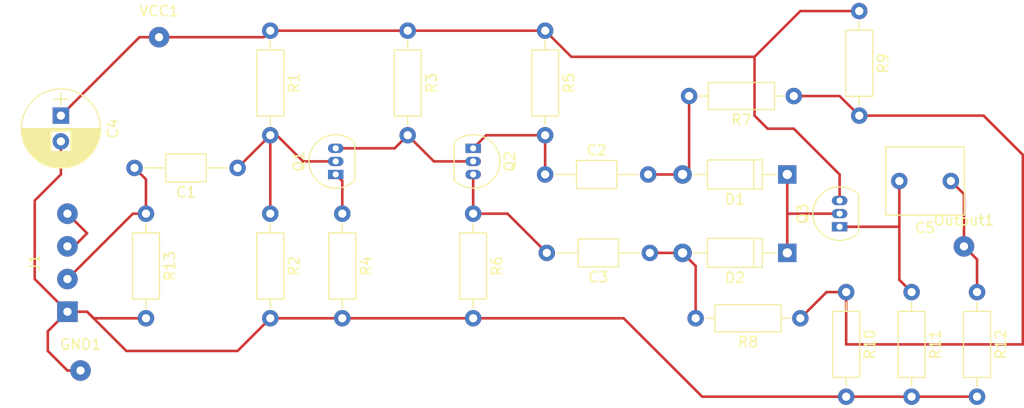
<source format=kicad_pcb>
(kicad_pcb (version 4) (host pcbnew 4.0.7)

  (general
    (links 41)
    (no_connects 0)
    (area 0 0 0 0)
    (thickness 1.6)
    (drawings 0)
    (tracks 89)
    (zones 0)
    (modules 27)
    (nets 16)
  )

  (page A4)
  (layers
    (0 F.Cu signal)
    (31 B.Cu signal)
    (32 B.Adhes user)
    (33 F.Adhes user)
    (34 B.Paste user)
    (35 F.Paste user)
    (36 B.SilkS user)
    (37 F.SilkS user)
    (38 B.Mask user)
    (39 F.Mask user)
    (40 Dwgs.User user)
    (41 Cmts.User user)
    (42 Eco1.User user)
    (43 Eco2.User user)
    (44 Edge.Cuts user)
    (45 Margin user)
    (46 B.CrtYd user)
    (47 F.CrtYd user)
    (48 B.Fab user)
    (49 F.Fab user)
  )

  (setup
    (last_trace_width 0.25)
    (trace_clearance 0.2)
    (zone_clearance 0.508)
    (zone_45_only no)
    (trace_min 0.2)
    (segment_width 0.2)
    (edge_width 0.15)
    (via_size 0.6)
    (via_drill 0.4)
    (via_min_size 0.4)
    (via_min_drill 0.3)
    (uvia_size 0.3)
    (uvia_drill 0.1)
    (uvias_allowed yes)
    (uvia_min_size 0.2)
    (uvia_min_drill 0.1)
    (pcb_text_width 0.3)
    (pcb_text_size 1.5 1.5)
    (mod_edge_width 0.15)
    (mod_text_size 1 1)
    (mod_text_width 0.15)
    (pad_size 1.99898 1.99898)
    (pad_drill 0.8001)
    (pad_to_mask_clearance 0.2)
    (aux_axis_origin 0 0)
    (visible_elements 7FFFFFFF)
    (pcbplotparams
      (layerselection 0x000a0_00000001)
      (usegerberextensions false)
      (excludeedgelayer true)
      (linewidth 0.100000)
      (plotframeref false)
      (viasonmask false)
      (mode 1)
      (useauxorigin false)
      (hpglpennumber 1)
      (hpglpenspeed 20)
      (hpglpendiameter 15)
      (hpglpenoverlay 2)
      (psnegative false)
      (psa4output false)
      (plotreference true)
      (plotvalue true)
      (plotinvisibletext false)
      (padsonsilk false)
      (subtractmaskfromsilk false)
      (outputformat 1)
      (mirror false)
      (drillshape 0)
      (scaleselection 1)
      (outputdirectory ./))
  )

  (net 0 "")
  (net 1 "Net-(C1-Pad1)")
  (net 2 "Net-(C1-Pad2)")
  (net 3 "Net-(C2-Pad1)")
  (net 4 "Net-(C2-Pad2)")
  (net 5 "Net-(C3-Pad1)")
  (net 6 "Net-(C3-Pad2)")
  (net 7 "Net-(C5-Pad1)")
  (net 8 "Net-(C5-Pad2)")
  (net 9 "Net-(D1-Pad1)")
  (net 10 "Net-(J1-Pad3)")
  (net 11 "Net-(Q1-Pad3)")
  (net 12 "Net-(R10-Pad1)")
  (net 13 "Net-(Q1-Pad1)")
  (net 14 "Net-(C4-Pad1)")
  (net 15 "Net-(C4-Pad2)")

  (net_class Default "This is the default net class."
    (clearance 0.2)
    (trace_width 0.25)
    (via_dia 0.6)
    (via_drill 0.4)
    (uvia_dia 0.3)
    (uvia_drill 0.1)
    (add_net "Net-(C1-Pad1)")
    (add_net "Net-(C1-Pad2)")
    (add_net "Net-(C2-Pad1)")
    (add_net "Net-(C2-Pad2)")
    (add_net "Net-(C3-Pad1)")
    (add_net "Net-(C3-Pad2)")
    (add_net "Net-(C4-Pad1)")
    (add_net "Net-(C4-Pad2)")
    (add_net "Net-(C5-Pad1)")
    (add_net "Net-(C5-Pad2)")
    (add_net "Net-(D1-Pad1)")
    (add_net "Net-(J1-Pad3)")
    (add_net "Net-(Q1-Pad1)")
    (add_net "Net-(Q1-Pad3)")
    (add_net "Net-(R10-Pad1)")
  )

  (module Capacitors_THT:C_Axial_L3.8mm_D2.6mm_P10.00mm_Horizontal (layer F.Cu) (tedit 597BC7C2) (tstamp 5C92DEB4)
    (at 92.075 110.49 180)
    (descr "C, Axial series, Axial, Horizontal, pin pitch=10mm, , length*diameter=3.8*2.6mm^2, http://www.vishay.com/docs/45231/arseries.pdf")
    (tags "C Axial series Axial Horizontal pin pitch 10mm  length 3.8mm diameter 2.6mm")
    (path /5C827E7F)
    (fp_text reference C1 (at 5 -2.36 180) (layer F.SilkS)
      (effects (font (size 1 1) (thickness 0.15)))
    )
    (fp_text value 0.047u (at 5 2.36 180) (layer F.Fab)
      (effects (font (size 1 1) (thickness 0.15)))
    )
    (fp_line (start 3.1 -1.3) (end 3.1 1.3) (layer F.Fab) (width 0.1))
    (fp_line (start 3.1 1.3) (end 6.9 1.3) (layer F.Fab) (width 0.1))
    (fp_line (start 6.9 1.3) (end 6.9 -1.3) (layer F.Fab) (width 0.1))
    (fp_line (start 6.9 -1.3) (end 3.1 -1.3) (layer F.Fab) (width 0.1))
    (fp_line (start 0 0) (end 3.1 0) (layer F.Fab) (width 0.1))
    (fp_line (start 10 0) (end 6.9 0) (layer F.Fab) (width 0.1))
    (fp_line (start 3.04 -1.36) (end 3.04 1.36) (layer F.SilkS) (width 0.12))
    (fp_line (start 3.04 1.36) (end 6.96 1.36) (layer F.SilkS) (width 0.12))
    (fp_line (start 6.96 1.36) (end 6.96 -1.36) (layer F.SilkS) (width 0.12))
    (fp_line (start 6.96 -1.36) (end 3.04 -1.36) (layer F.SilkS) (width 0.12))
    (fp_line (start 0.98 0) (end 3.04 0) (layer F.SilkS) (width 0.12))
    (fp_line (start 9.02 0) (end 6.96 0) (layer F.SilkS) (width 0.12))
    (fp_line (start -1.05 -1.65) (end -1.05 1.65) (layer F.CrtYd) (width 0.05))
    (fp_line (start -1.05 1.65) (end 11.05 1.65) (layer F.CrtYd) (width 0.05))
    (fp_line (start 11.05 1.65) (end 11.05 -1.65) (layer F.CrtYd) (width 0.05))
    (fp_line (start 11.05 -1.65) (end -1.05 -1.65) (layer F.CrtYd) (width 0.05))
    (fp_text user %R (at 5 0 180) (layer F.Fab)
      (effects (font (size 1 1) (thickness 0.15)))
    )
    (pad 1 thru_hole circle (at 0 0 180) (size 1.6 1.6) (drill 0.8) (layers *.Cu *.Mask)
      (net 1 "Net-(C1-Pad1)"))
    (pad 2 thru_hole oval (at 10 0 180) (size 1.6 1.6) (drill 0.8) (layers *.Cu *.Mask)
      (net 2 "Net-(C1-Pad2)"))
    (model ${KISYS3DMOD}/Capacitors_THT.3dshapes/C_Axial_L3.8mm_D2.6mm_P10.00mm_Horizontal.wrl
      (at (xyz 0 0 0))
      (scale (xyz 1 1 1))
      (rotate (xyz 0 0 0))
    )
  )

  (module Capacitors_THT:C_Axial_L3.8mm_D2.6mm_P10.00mm_Horizontal (layer F.Cu) (tedit 597BC7C2) (tstamp 5C92DECB)
    (at 121.92 111.125)
    (descr "C, Axial series, Axial, Horizontal, pin pitch=10mm, , length*diameter=3.8*2.6mm^2, http://www.vishay.com/docs/45231/arseries.pdf")
    (tags "C Axial series Axial Horizontal pin pitch 10mm  length 3.8mm diameter 2.6mm")
    (path /5C829311)
    (fp_text reference C2 (at 5 -2.36) (layer F.SilkS)
      (effects (font (size 1 1) (thickness 0.15)))
    )
    (fp_text value 0.047u (at 5 2.36) (layer F.Fab)
      (effects (font (size 1 1) (thickness 0.15)))
    )
    (fp_line (start 3.1 -1.3) (end 3.1 1.3) (layer F.Fab) (width 0.1))
    (fp_line (start 3.1 1.3) (end 6.9 1.3) (layer F.Fab) (width 0.1))
    (fp_line (start 6.9 1.3) (end 6.9 -1.3) (layer F.Fab) (width 0.1))
    (fp_line (start 6.9 -1.3) (end 3.1 -1.3) (layer F.Fab) (width 0.1))
    (fp_line (start 0 0) (end 3.1 0) (layer F.Fab) (width 0.1))
    (fp_line (start 10 0) (end 6.9 0) (layer F.Fab) (width 0.1))
    (fp_line (start 3.04 -1.36) (end 3.04 1.36) (layer F.SilkS) (width 0.12))
    (fp_line (start 3.04 1.36) (end 6.96 1.36) (layer F.SilkS) (width 0.12))
    (fp_line (start 6.96 1.36) (end 6.96 -1.36) (layer F.SilkS) (width 0.12))
    (fp_line (start 6.96 -1.36) (end 3.04 -1.36) (layer F.SilkS) (width 0.12))
    (fp_line (start 0.98 0) (end 3.04 0) (layer F.SilkS) (width 0.12))
    (fp_line (start 9.02 0) (end 6.96 0) (layer F.SilkS) (width 0.12))
    (fp_line (start -1.05 -1.65) (end -1.05 1.65) (layer F.CrtYd) (width 0.05))
    (fp_line (start -1.05 1.65) (end 11.05 1.65) (layer F.CrtYd) (width 0.05))
    (fp_line (start 11.05 1.65) (end 11.05 -1.65) (layer F.CrtYd) (width 0.05))
    (fp_line (start 11.05 -1.65) (end -1.05 -1.65) (layer F.CrtYd) (width 0.05))
    (fp_text user %R (at 5 0) (layer F.Fab)
      (effects (font (size 1 1) (thickness 0.15)))
    )
    (pad 1 thru_hole circle (at 0 0) (size 1.6 1.6) (drill 0.8) (layers *.Cu *.Mask)
      (net 3 "Net-(C2-Pad1)"))
    (pad 2 thru_hole oval (at 10 0) (size 1.6 1.6) (drill 0.8) (layers *.Cu *.Mask)
      (net 4 "Net-(C2-Pad2)"))
    (model ${KISYS3DMOD}/Capacitors_THT.3dshapes/C_Axial_L3.8mm_D2.6mm_P10.00mm_Horizontal.wrl
      (at (xyz 0 0 0))
      (scale (xyz 1 1 1))
      (rotate (xyz 0 0 0))
    )
  )

  (module Capacitors_THT:C_Axial_L3.8mm_D2.6mm_P10.00mm_Horizontal (layer F.Cu) (tedit 597BC7C2) (tstamp 5C92DEE2)
    (at 132.08 118.745 180)
    (descr "C, Axial series, Axial, Horizontal, pin pitch=10mm, , length*diameter=3.8*2.6mm^2, http://www.vishay.com/docs/45231/arseries.pdf")
    (tags "C Axial series Axial Horizontal pin pitch 10mm  length 3.8mm diameter 2.6mm")
    (path /5C828E65)
    (fp_text reference C3 (at 5 -2.36 180) (layer F.SilkS)
      (effects (font (size 1 1) (thickness 0.15)))
    )
    (fp_text value 0.047u (at 5 2.36 180) (layer F.Fab)
      (effects (font (size 1 1) (thickness 0.15)))
    )
    (fp_line (start 3.1 -1.3) (end 3.1 1.3) (layer F.Fab) (width 0.1))
    (fp_line (start 3.1 1.3) (end 6.9 1.3) (layer F.Fab) (width 0.1))
    (fp_line (start 6.9 1.3) (end 6.9 -1.3) (layer F.Fab) (width 0.1))
    (fp_line (start 6.9 -1.3) (end 3.1 -1.3) (layer F.Fab) (width 0.1))
    (fp_line (start 0 0) (end 3.1 0) (layer F.Fab) (width 0.1))
    (fp_line (start 10 0) (end 6.9 0) (layer F.Fab) (width 0.1))
    (fp_line (start 3.04 -1.36) (end 3.04 1.36) (layer F.SilkS) (width 0.12))
    (fp_line (start 3.04 1.36) (end 6.96 1.36) (layer F.SilkS) (width 0.12))
    (fp_line (start 6.96 1.36) (end 6.96 -1.36) (layer F.SilkS) (width 0.12))
    (fp_line (start 6.96 -1.36) (end 3.04 -1.36) (layer F.SilkS) (width 0.12))
    (fp_line (start 0.98 0) (end 3.04 0) (layer F.SilkS) (width 0.12))
    (fp_line (start 9.02 0) (end 6.96 0) (layer F.SilkS) (width 0.12))
    (fp_line (start -1.05 -1.65) (end -1.05 1.65) (layer F.CrtYd) (width 0.05))
    (fp_line (start -1.05 1.65) (end 11.05 1.65) (layer F.CrtYd) (width 0.05))
    (fp_line (start 11.05 1.65) (end 11.05 -1.65) (layer F.CrtYd) (width 0.05))
    (fp_line (start 11.05 -1.65) (end -1.05 -1.65) (layer F.CrtYd) (width 0.05))
    (fp_text user %R (at 5 0 180) (layer F.Fab)
      (effects (font (size 1 1) (thickness 0.15)))
    )
    (pad 1 thru_hole circle (at 0 0 180) (size 1.6 1.6) (drill 0.8) (layers *.Cu *.Mask)
      (net 5 "Net-(C3-Pad1)"))
    (pad 2 thru_hole oval (at 10 0 180) (size 1.6 1.6) (drill 0.8) (layers *.Cu *.Mask)
      (net 6 "Net-(C3-Pad2)"))
    (model ${KISYS3DMOD}/Capacitors_THT.3dshapes/C_Axial_L3.8mm_D2.6mm_P10.00mm_Horizontal.wrl
      (at (xyz 0 0 0))
      (scale (xyz 1 1 1))
      (rotate (xyz 0 0 0))
    )
  )

  (module Capacitors_THT:CP_Radial_D7.5mm_P2.50mm (layer F.Cu) (tedit 597BC7C2) (tstamp 5C92DF84)
    (at 74.93 105.41 270)
    (descr "CP, Radial series, Radial, pin pitch=2.50mm, , diameter=7.5mm, Electrolytic Capacitor")
    (tags "CP Radial series Radial pin pitch 2.50mm  diameter 7.5mm Electrolytic Capacitor")
    (path /5C82A51F)
    (fp_text reference C4 (at 1.25 -5.06 270) (layer F.SilkS)
      (effects (font (size 1 1) (thickness 0.15)))
    )
    (fp_text value 100u (at 1.25 5.06 270) (layer F.Fab)
      (effects (font (size 1 1) (thickness 0.15)))
    )
    (fp_circle (center 1.25 0) (end 5 0) (layer F.Fab) (width 0.1))
    (fp_circle (center 1.25 0) (end 5.09 0) (layer F.SilkS) (width 0.12))
    (fp_line (start -2.2 0) (end -1 0) (layer F.Fab) (width 0.1))
    (fp_line (start -1.6 -0.65) (end -1.6 0.65) (layer F.Fab) (width 0.1))
    (fp_line (start 1.25 -3.8) (end 1.25 3.8) (layer F.SilkS) (width 0.12))
    (fp_line (start 1.29 -3.8) (end 1.29 3.8) (layer F.SilkS) (width 0.12))
    (fp_line (start 1.33 -3.8) (end 1.33 3.8) (layer F.SilkS) (width 0.12))
    (fp_line (start 1.37 -3.799) (end 1.37 3.799) (layer F.SilkS) (width 0.12))
    (fp_line (start 1.41 -3.797) (end 1.41 3.797) (layer F.SilkS) (width 0.12))
    (fp_line (start 1.45 -3.795) (end 1.45 3.795) (layer F.SilkS) (width 0.12))
    (fp_line (start 1.49 -3.793) (end 1.49 3.793) (layer F.SilkS) (width 0.12))
    (fp_line (start 1.53 -3.79) (end 1.53 -0.98) (layer F.SilkS) (width 0.12))
    (fp_line (start 1.53 0.98) (end 1.53 3.79) (layer F.SilkS) (width 0.12))
    (fp_line (start 1.57 -3.787) (end 1.57 -0.98) (layer F.SilkS) (width 0.12))
    (fp_line (start 1.57 0.98) (end 1.57 3.787) (layer F.SilkS) (width 0.12))
    (fp_line (start 1.61 -3.784) (end 1.61 -0.98) (layer F.SilkS) (width 0.12))
    (fp_line (start 1.61 0.98) (end 1.61 3.784) (layer F.SilkS) (width 0.12))
    (fp_line (start 1.65 -3.78) (end 1.65 -0.98) (layer F.SilkS) (width 0.12))
    (fp_line (start 1.65 0.98) (end 1.65 3.78) (layer F.SilkS) (width 0.12))
    (fp_line (start 1.69 -3.775) (end 1.69 -0.98) (layer F.SilkS) (width 0.12))
    (fp_line (start 1.69 0.98) (end 1.69 3.775) (layer F.SilkS) (width 0.12))
    (fp_line (start 1.73 -3.77) (end 1.73 -0.98) (layer F.SilkS) (width 0.12))
    (fp_line (start 1.73 0.98) (end 1.73 3.77) (layer F.SilkS) (width 0.12))
    (fp_line (start 1.77 -3.765) (end 1.77 -0.98) (layer F.SilkS) (width 0.12))
    (fp_line (start 1.77 0.98) (end 1.77 3.765) (layer F.SilkS) (width 0.12))
    (fp_line (start 1.81 -3.759) (end 1.81 -0.98) (layer F.SilkS) (width 0.12))
    (fp_line (start 1.81 0.98) (end 1.81 3.759) (layer F.SilkS) (width 0.12))
    (fp_line (start 1.85 -3.753) (end 1.85 -0.98) (layer F.SilkS) (width 0.12))
    (fp_line (start 1.85 0.98) (end 1.85 3.753) (layer F.SilkS) (width 0.12))
    (fp_line (start 1.89 -3.747) (end 1.89 -0.98) (layer F.SilkS) (width 0.12))
    (fp_line (start 1.89 0.98) (end 1.89 3.747) (layer F.SilkS) (width 0.12))
    (fp_line (start 1.93 -3.74) (end 1.93 -0.98) (layer F.SilkS) (width 0.12))
    (fp_line (start 1.93 0.98) (end 1.93 3.74) (layer F.SilkS) (width 0.12))
    (fp_line (start 1.971 -3.732) (end 1.971 -0.98) (layer F.SilkS) (width 0.12))
    (fp_line (start 1.971 0.98) (end 1.971 3.732) (layer F.SilkS) (width 0.12))
    (fp_line (start 2.011 -3.725) (end 2.011 -0.98) (layer F.SilkS) (width 0.12))
    (fp_line (start 2.011 0.98) (end 2.011 3.725) (layer F.SilkS) (width 0.12))
    (fp_line (start 2.051 -3.716) (end 2.051 -0.98) (layer F.SilkS) (width 0.12))
    (fp_line (start 2.051 0.98) (end 2.051 3.716) (layer F.SilkS) (width 0.12))
    (fp_line (start 2.091 -3.707) (end 2.091 -0.98) (layer F.SilkS) (width 0.12))
    (fp_line (start 2.091 0.98) (end 2.091 3.707) (layer F.SilkS) (width 0.12))
    (fp_line (start 2.131 -3.698) (end 2.131 -0.98) (layer F.SilkS) (width 0.12))
    (fp_line (start 2.131 0.98) (end 2.131 3.698) (layer F.SilkS) (width 0.12))
    (fp_line (start 2.171 -3.689) (end 2.171 -0.98) (layer F.SilkS) (width 0.12))
    (fp_line (start 2.171 0.98) (end 2.171 3.689) (layer F.SilkS) (width 0.12))
    (fp_line (start 2.211 -3.679) (end 2.211 -0.98) (layer F.SilkS) (width 0.12))
    (fp_line (start 2.211 0.98) (end 2.211 3.679) (layer F.SilkS) (width 0.12))
    (fp_line (start 2.251 -3.668) (end 2.251 -0.98) (layer F.SilkS) (width 0.12))
    (fp_line (start 2.251 0.98) (end 2.251 3.668) (layer F.SilkS) (width 0.12))
    (fp_line (start 2.291 -3.657) (end 2.291 -0.98) (layer F.SilkS) (width 0.12))
    (fp_line (start 2.291 0.98) (end 2.291 3.657) (layer F.SilkS) (width 0.12))
    (fp_line (start 2.331 -3.645) (end 2.331 -0.98) (layer F.SilkS) (width 0.12))
    (fp_line (start 2.331 0.98) (end 2.331 3.645) (layer F.SilkS) (width 0.12))
    (fp_line (start 2.371 -3.634) (end 2.371 -0.98) (layer F.SilkS) (width 0.12))
    (fp_line (start 2.371 0.98) (end 2.371 3.634) (layer F.SilkS) (width 0.12))
    (fp_line (start 2.411 -3.621) (end 2.411 -0.98) (layer F.SilkS) (width 0.12))
    (fp_line (start 2.411 0.98) (end 2.411 3.621) (layer F.SilkS) (width 0.12))
    (fp_line (start 2.451 -3.608) (end 2.451 -0.98) (layer F.SilkS) (width 0.12))
    (fp_line (start 2.451 0.98) (end 2.451 3.608) (layer F.SilkS) (width 0.12))
    (fp_line (start 2.491 -3.595) (end 2.491 -0.98) (layer F.SilkS) (width 0.12))
    (fp_line (start 2.491 0.98) (end 2.491 3.595) (layer F.SilkS) (width 0.12))
    (fp_line (start 2.531 -3.581) (end 2.531 -0.98) (layer F.SilkS) (width 0.12))
    (fp_line (start 2.531 0.98) (end 2.531 3.581) (layer F.SilkS) (width 0.12))
    (fp_line (start 2.571 -3.566) (end 2.571 -0.98) (layer F.SilkS) (width 0.12))
    (fp_line (start 2.571 0.98) (end 2.571 3.566) (layer F.SilkS) (width 0.12))
    (fp_line (start 2.611 -3.552) (end 2.611 -0.98) (layer F.SilkS) (width 0.12))
    (fp_line (start 2.611 0.98) (end 2.611 3.552) (layer F.SilkS) (width 0.12))
    (fp_line (start 2.651 -3.536) (end 2.651 -0.98) (layer F.SilkS) (width 0.12))
    (fp_line (start 2.651 0.98) (end 2.651 3.536) (layer F.SilkS) (width 0.12))
    (fp_line (start 2.691 -3.52) (end 2.691 -0.98) (layer F.SilkS) (width 0.12))
    (fp_line (start 2.691 0.98) (end 2.691 3.52) (layer F.SilkS) (width 0.12))
    (fp_line (start 2.731 -3.504) (end 2.731 -0.98) (layer F.SilkS) (width 0.12))
    (fp_line (start 2.731 0.98) (end 2.731 3.504) (layer F.SilkS) (width 0.12))
    (fp_line (start 2.771 -3.487) (end 2.771 -0.98) (layer F.SilkS) (width 0.12))
    (fp_line (start 2.771 0.98) (end 2.771 3.487) (layer F.SilkS) (width 0.12))
    (fp_line (start 2.811 -3.469) (end 2.811 -0.98) (layer F.SilkS) (width 0.12))
    (fp_line (start 2.811 0.98) (end 2.811 3.469) (layer F.SilkS) (width 0.12))
    (fp_line (start 2.851 -3.451) (end 2.851 -0.98) (layer F.SilkS) (width 0.12))
    (fp_line (start 2.851 0.98) (end 2.851 3.451) (layer F.SilkS) (width 0.12))
    (fp_line (start 2.891 -3.433) (end 2.891 -0.98) (layer F.SilkS) (width 0.12))
    (fp_line (start 2.891 0.98) (end 2.891 3.433) (layer F.SilkS) (width 0.12))
    (fp_line (start 2.931 -3.413) (end 2.931 -0.98) (layer F.SilkS) (width 0.12))
    (fp_line (start 2.931 0.98) (end 2.931 3.413) (layer F.SilkS) (width 0.12))
    (fp_line (start 2.971 -3.394) (end 2.971 -0.98) (layer F.SilkS) (width 0.12))
    (fp_line (start 2.971 0.98) (end 2.971 3.394) (layer F.SilkS) (width 0.12))
    (fp_line (start 3.011 -3.373) (end 3.011 -0.98) (layer F.SilkS) (width 0.12))
    (fp_line (start 3.011 0.98) (end 3.011 3.373) (layer F.SilkS) (width 0.12))
    (fp_line (start 3.051 -3.352) (end 3.051 -0.98) (layer F.SilkS) (width 0.12))
    (fp_line (start 3.051 0.98) (end 3.051 3.352) (layer F.SilkS) (width 0.12))
    (fp_line (start 3.091 -3.331) (end 3.091 -0.98) (layer F.SilkS) (width 0.12))
    (fp_line (start 3.091 0.98) (end 3.091 3.331) (layer F.SilkS) (width 0.12))
    (fp_line (start 3.131 -3.309) (end 3.131 -0.98) (layer F.SilkS) (width 0.12))
    (fp_line (start 3.131 0.98) (end 3.131 3.309) (layer F.SilkS) (width 0.12))
    (fp_line (start 3.171 -3.286) (end 3.171 -0.98) (layer F.SilkS) (width 0.12))
    (fp_line (start 3.171 0.98) (end 3.171 3.286) (layer F.SilkS) (width 0.12))
    (fp_line (start 3.211 -3.263) (end 3.211 -0.98) (layer F.SilkS) (width 0.12))
    (fp_line (start 3.211 0.98) (end 3.211 3.263) (layer F.SilkS) (width 0.12))
    (fp_line (start 3.251 -3.239) (end 3.251 -0.98) (layer F.SilkS) (width 0.12))
    (fp_line (start 3.251 0.98) (end 3.251 3.239) (layer F.SilkS) (width 0.12))
    (fp_line (start 3.291 -3.214) (end 3.291 -0.98) (layer F.SilkS) (width 0.12))
    (fp_line (start 3.291 0.98) (end 3.291 3.214) (layer F.SilkS) (width 0.12))
    (fp_line (start 3.331 -3.188) (end 3.331 -0.98) (layer F.SilkS) (width 0.12))
    (fp_line (start 3.331 0.98) (end 3.331 3.188) (layer F.SilkS) (width 0.12))
    (fp_line (start 3.371 -3.162) (end 3.371 -0.98) (layer F.SilkS) (width 0.12))
    (fp_line (start 3.371 0.98) (end 3.371 3.162) (layer F.SilkS) (width 0.12))
    (fp_line (start 3.411 -3.135) (end 3.411 -0.98) (layer F.SilkS) (width 0.12))
    (fp_line (start 3.411 0.98) (end 3.411 3.135) (layer F.SilkS) (width 0.12))
    (fp_line (start 3.451 -3.108) (end 3.451 -0.98) (layer F.SilkS) (width 0.12))
    (fp_line (start 3.451 0.98) (end 3.451 3.108) (layer F.SilkS) (width 0.12))
    (fp_line (start 3.491 -3.079) (end 3.491 3.079) (layer F.SilkS) (width 0.12))
    (fp_line (start 3.531 -3.05) (end 3.531 3.05) (layer F.SilkS) (width 0.12))
    (fp_line (start 3.571 -3.02) (end 3.571 3.02) (layer F.SilkS) (width 0.12))
    (fp_line (start 3.611 -2.99) (end 3.611 2.99) (layer F.SilkS) (width 0.12))
    (fp_line (start 3.651 -2.958) (end 3.651 2.958) (layer F.SilkS) (width 0.12))
    (fp_line (start 3.691 -2.926) (end 3.691 2.926) (layer F.SilkS) (width 0.12))
    (fp_line (start 3.731 -2.892) (end 3.731 2.892) (layer F.SilkS) (width 0.12))
    (fp_line (start 3.771 -2.858) (end 3.771 2.858) (layer F.SilkS) (width 0.12))
    (fp_line (start 3.811 -2.823) (end 3.811 2.823) (layer F.SilkS) (width 0.12))
    (fp_line (start 3.851 -2.786) (end 3.851 2.786) (layer F.SilkS) (width 0.12))
    (fp_line (start 3.891 -2.749) (end 3.891 2.749) (layer F.SilkS) (width 0.12))
    (fp_line (start 3.931 -2.711) (end 3.931 2.711) (layer F.SilkS) (width 0.12))
    (fp_line (start 3.971 -2.671) (end 3.971 2.671) (layer F.SilkS) (width 0.12))
    (fp_line (start 4.011 -2.63) (end 4.011 2.63) (layer F.SilkS) (width 0.12))
    (fp_line (start 4.051 -2.588) (end 4.051 2.588) (layer F.SilkS) (width 0.12))
    (fp_line (start 4.091 -2.545) (end 4.091 2.545) (layer F.SilkS) (width 0.12))
    (fp_line (start 4.131 -2.5) (end 4.131 2.5) (layer F.SilkS) (width 0.12))
    (fp_line (start 4.171 -2.454) (end 4.171 2.454) (layer F.SilkS) (width 0.12))
    (fp_line (start 4.211 -2.407) (end 4.211 2.407) (layer F.SilkS) (width 0.12))
    (fp_line (start 4.251 -2.357) (end 4.251 2.357) (layer F.SilkS) (width 0.12))
    (fp_line (start 4.291 -2.307) (end 4.291 2.307) (layer F.SilkS) (width 0.12))
    (fp_line (start 4.331 -2.254) (end 4.331 2.254) (layer F.SilkS) (width 0.12))
    (fp_line (start 4.371 -2.199) (end 4.371 2.199) (layer F.SilkS) (width 0.12))
    (fp_line (start 4.411 -2.142) (end 4.411 2.142) (layer F.SilkS) (width 0.12))
    (fp_line (start 4.451 -2.083) (end 4.451 2.083) (layer F.SilkS) (width 0.12))
    (fp_line (start 4.491 -2.022) (end 4.491 2.022) (layer F.SilkS) (width 0.12))
    (fp_line (start 4.531 -1.957) (end 4.531 1.957) (layer F.SilkS) (width 0.12))
    (fp_line (start 4.571 -1.89) (end 4.571 1.89) (layer F.SilkS) (width 0.12))
    (fp_line (start 4.611 -1.82) (end 4.611 1.82) (layer F.SilkS) (width 0.12))
    (fp_line (start 4.651 -1.745) (end 4.651 1.745) (layer F.SilkS) (width 0.12))
    (fp_line (start 4.691 -1.667) (end 4.691 1.667) (layer F.SilkS) (width 0.12))
    (fp_line (start 4.731 -1.584) (end 4.731 1.584) (layer F.SilkS) (width 0.12))
    (fp_line (start 4.771 -1.495) (end 4.771 1.495) (layer F.SilkS) (width 0.12))
    (fp_line (start 4.811 -1.4) (end 4.811 1.4) (layer F.SilkS) (width 0.12))
    (fp_line (start 4.851 -1.297) (end 4.851 1.297) (layer F.SilkS) (width 0.12))
    (fp_line (start 4.891 -1.184) (end 4.891 1.184) (layer F.SilkS) (width 0.12))
    (fp_line (start 4.931 -1.057) (end 4.931 1.057) (layer F.SilkS) (width 0.12))
    (fp_line (start 4.971 -0.913) (end 4.971 0.913) (layer F.SilkS) (width 0.12))
    (fp_line (start 5.011 -0.74) (end 5.011 0.74) (layer F.SilkS) (width 0.12))
    (fp_line (start 5.051 -0.513) (end 5.051 0.513) (layer F.SilkS) (width 0.12))
    (fp_line (start -2.2 0) (end -1 0) (layer F.SilkS) (width 0.12))
    (fp_line (start -1.6 -0.65) (end -1.6 0.65) (layer F.SilkS) (width 0.12))
    (fp_line (start -2.85 -4.1) (end -2.85 4.1) (layer F.CrtYd) (width 0.05))
    (fp_line (start -2.85 4.1) (end 5.35 4.1) (layer F.CrtYd) (width 0.05))
    (fp_line (start 5.35 4.1) (end 5.35 -4.1) (layer F.CrtYd) (width 0.05))
    (fp_line (start 5.35 -4.1) (end -2.85 -4.1) (layer F.CrtYd) (width 0.05))
    (fp_text user %R (at 1.25 0 270) (layer F.Fab)
      (effects (font (size 1 1) (thickness 0.15)))
    )
    (pad 1 thru_hole rect (at 0 0 270) (size 1.6 1.6) (drill 0.8) (layers *.Cu *.Mask)
      (net 14 "Net-(C4-Pad1)"))
    (pad 2 thru_hole circle (at 2.5 0 270) (size 1.6 1.6) (drill 0.8) (layers *.Cu *.Mask)
      (net 15 "Net-(C4-Pad2)"))
    (model ${KISYS3DMOD}/Capacitors_THT.3dshapes/CP_Radial_D7.5mm_P2.50mm.wrl
      (at (xyz 0 0 0))
      (scale (xyz 1 1 1))
      (rotate (xyz 0 0 0))
    )
  )

  (module Capacitors_THT:C_Rect_L7.5mm_W6.5mm_P5.00mm (layer F.Cu) (tedit 597BC7C2) (tstamp 5C92DF97)
    (at 161.29 111.76 180)
    (descr "C, Rect series, Radial, pin pitch=5.00mm, , length*width=7.5*6.5mm^2, Capacitor")
    (tags "C Rect series Radial pin pitch 5.00mm  length 7.5mm width 6.5mm Capacitor")
    (path /5C82A2B7)
    (fp_text reference C5 (at 2.5 -4.56 180) (layer F.SilkS)
      (effects (font (size 1 1) (thickness 0.15)))
    )
    (fp_text value 0.1u (at 2.5 4.56 180) (layer F.Fab)
      (effects (font (size 1 1) (thickness 0.15)))
    )
    (fp_line (start -1.25 -3.25) (end -1.25 3.25) (layer F.Fab) (width 0.1))
    (fp_line (start -1.25 3.25) (end 6.25 3.25) (layer F.Fab) (width 0.1))
    (fp_line (start 6.25 3.25) (end 6.25 -3.25) (layer F.Fab) (width 0.1))
    (fp_line (start 6.25 -3.25) (end -1.25 -3.25) (layer F.Fab) (width 0.1))
    (fp_line (start -1.31 -3.31) (end 6.31 -3.31) (layer F.SilkS) (width 0.12))
    (fp_line (start -1.31 3.31) (end 6.31 3.31) (layer F.SilkS) (width 0.12))
    (fp_line (start -1.31 -3.31) (end -1.31 3.31) (layer F.SilkS) (width 0.12))
    (fp_line (start 6.31 -3.31) (end 6.31 3.31) (layer F.SilkS) (width 0.12))
    (fp_line (start -1.6 -3.6) (end -1.6 3.6) (layer F.CrtYd) (width 0.05))
    (fp_line (start -1.6 3.6) (end 6.6 3.6) (layer F.CrtYd) (width 0.05))
    (fp_line (start 6.6 3.6) (end 6.6 -3.6) (layer F.CrtYd) (width 0.05))
    (fp_line (start 6.6 -3.6) (end -1.6 -3.6) (layer F.CrtYd) (width 0.05))
    (fp_text user %R (at 2.5 0 180) (layer F.Fab)
      (effects (font (size 1 1) (thickness 0.15)))
    )
    (pad 1 thru_hole circle (at 0 0 180) (size 1.6 1.6) (drill 0.8) (layers *.Cu *.Mask)
      (net 7 "Net-(C5-Pad1)"))
    (pad 2 thru_hole circle (at 5 0 180) (size 1.6 1.6) (drill 0.8) (layers *.Cu *.Mask)
      (net 8 "Net-(C5-Pad2)"))
    (model ${KISYS3DMOD}/Capacitors_THT.3dshapes/C_Rect_L7.5mm_W6.5mm_P5.00mm.wrl
      (at (xyz 0 0 0))
      (scale (xyz 1 1 1))
      (rotate (xyz 0 0 0))
    )
  )

  (module TO_SOT_Packages_THT:TO-92_Inline_Narrow_Oval (layer F.Cu) (tedit 58CE52AF) (tstamp 5C92DFE6)
    (at 101.6 111.125 90)
    (descr "TO-92 leads in-line, narrow, oval pads, drill 0.6mm (see NXP sot054_po.pdf)")
    (tags "to-92 sc-43 sc-43a sot54 PA33 transistor")
    (path /5C92DADC)
    (fp_text reference Q1 (at 1.27 -3.56 90) (layer F.SilkS)
      (effects (font (size 1 1) (thickness 0.15)))
    )
    (fp_text value 2N5088 (at 1.27 2.79 90) (layer F.Fab)
      (effects (font (size 1 1) (thickness 0.15)))
    )
    (fp_text user %R (at 1.27 -3.56 90) (layer F.Fab)
      (effects (font (size 1 1) (thickness 0.15)))
    )
    (fp_line (start -0.53 1.85) (end 3.07 1.85) (layer F.SilkS) (width 0.12))
    (fp_line (start -0.5 1.75) (end 3 1.75) (layer F.Fab) (width 0.1))
    (fp_line (start -1.46 -2.73) (end 4 -2.73) (layer F.CrtYd) (width 0.05))
    (fp_line (start -1.46 -2.73) (end -1.46 2.01) (layer F.CrtYd) (width 0.05))
    (fp_line (start 4 2.01) (end 4 -2.73) (layer F.CrtYd) (width 0.05))
    (fp_line (start 4 2.01) (end -1.46 2.01) (layer F.CrtYd) (width 0.05))
    (fp_arc (start 1.27 0) (end 1.27 -2.48) (angle 135) (layer F.Fab) (width 0.1))
    (fp_arc (start 1.27 0) (end 1.27 -2.6) (angle -135) (layer F.SilkS) (width 0.12))
    (fp_arc (start 1.27 0) (end 1.27 -2.48) (angle -135) (layer F.Fab) (width 0.1))
    (fp_arc (start 1.27 0) (end 1.27 -2.6) (angle 135) (layer F.SilkS) (width 0.12))
    (pad 2 thru_hole oval (at 1.27 0 270) (size 0.9 1.5) (drill 0.6) (layers *.Cu *.Mask)
      (net 1 "Net-(C1-Pad1)"))
    (pad 3 thru_hole oval (at 2.54 0 270) (size 0.9 1.5) (drill 0.6) (layers *.Cu *.Mask)
      (net 11 "Net-(Q1-Pad3)"))
    (pad 1 thru_hole rect (at 0 0 270) (size 0.9 1.5) (drill 0.6) (layers *.Cu *.Mask)
      (net 13 "Net-(Q1-Pad1)"))
    (model ${KISYS3DMOD}/TO_SOT_Packages_THT.3dshapes/TO-92_Inline_Narrow_Oval.wrl
      (at (xyz 0.05 0 0))
      (scale (xyz 1 1 1))
      (rotate (xyz 0 0 -90))
    )
  )

  (module TO_SOT_Packages_THT:TO-92_Inline_Narrow_Oval (layer F.Cu) (tedit 58CE52AF) (tstamp 5C92DFF8)
    (at 114.935 108.585 270)
    (descr "TO-92 leads in-line, narrow, oval pads, drill 0.6mm (see NXP sot054_po.pdf)")
    (tags "to-92 sc-43 sc-43a sot54 PA33 transistor")
    (path /5C828146)
    (fp_text reference Q2 (at 1.27 -3.56 270) (layer F.SilkS)
      (effects (font (size 1 1) (thickness 0.15)))
    )
    (fp_text value 2N3906 (at 1.27 2.79 270) (layer F.Fab)
      (effects (font (size 1 1) (thickness 0.15)))
    )
    (fp_text user %R (at 1.27 -3.56 270) (layer F.Fab)
      (effects (font (size 1 1) (thickness 0.15)))
    )
    (fp_line (start -0.53 1.85) (end 3.07 1.85) (layer F.SilkS) (width 0.12))
    (fp_line (start -0.5 1.75) (end 3 1.75) (layer F.Fab) (width 0.1))
    (fp_line (start -1.46 -2.73) (end 4 -2.73) (layer F.CrtYd) (width 0.05))
    (fp_line (start -1.46 -2.73) (end -1.46 2.01) (layer F.CrtYd) (width 0.05))
    (fp_line (start 4 2.01) (end 4 -2.73) (layer F.CrtYd) (width 0.05))
    (fp_line (start 4 2.01) (end -1.46 2.01) (layer F.CrtYd) (width 0.05))
    (fp_arc (start 1.27 0) (end 1.27 -2.48) (angle 135) (layer F.Fab) (width 0.1))
    (fp_arc (start 1.27 0) (end 1.27 -2.6) (angle -135) (layer F.SilkS) (width 0.12))
    (fp_arc (start 1.27 0) (end 1.27 -2.48) (angle -135) (layer F.Fab) (width 0.1))
    (fp_arc (start 1.27 0) (end 1.27 -2.6) (angle 135) (layer F.SilkS) (width 0.12))
    (pad 2 thru_hole oval (at 1.27 0 90) (size 0.9 1.5) (drill 0.6) (layers *.Cu *.Mask)
      (net 11 "Net-(Q1-Pad3)"))
    (pad 3 thru_hole oval (at 2.54 0 90) (size 0.9 1.5) (drill 0.6) (layers *.Cu *.Mask)
      (net 6 "Net-(C3-Pad2)"))
    (pad 1 thru_hole rect (at 0 0 90) (size 0.9 1.5) (drill 0.6) (layers *.Cu *.Mask)
      (net 3 "Net-(C2-Pad1)"))
    (model ${KISYS3DMOD}/TO_SOT_Packages_THT.3dshapes/TO-92_Inline_Narrow_Oval.wrl
      (at (xyz 0.05 0 0))
      (scale (xyz 1 1 1))
      (rotate (xyz 0 0 -90))
    )
  )

  (module TO_SOT_Packages_THT:TO-92_Inline_Narrow_Oval (layer F.Cu) (tedit 58CE52AF) (tstamp 5C92E00A)
    (at 150.495 116.205 90)
    (descr "TO-92 leads in-line, narrow, oval pads, drill 0.6mm (see NXP sot054_po.pdf)")
    (tags "to-92 sc-43 sc-43a sot54 PA33 transistor")
    (path /5C92D8FF)
    (fp_text reference Q3 (at 1.27 -3.56 90) (layer F.SilkS)
      (effects (font (size 1 1) (thickness 0.15)))
    )
    (fp_text value 2N5088 (at 1.27 2.79 90) (layer F.Fab)
      (effects (font (size 1 1) (thickness 0.15)))
    )
    (fp_text user %R (at 1.27 -3.56 90) (layer F.Fab)
      (effects (font (size 1 1) (thickness 0.15)))
    )
    (fp_line (start -0.53 1.85) (end 3.07 1.85) (layer F.SilkS) (width 0.12))
    (fp_line (start -0.5 1.75) (end 3 1.75) (layer F.Fab) (width 0.1))
    (fp_line (start -1.46 -2.73) (end 4 -2.73) (layer F.CrtYd) (width 0.05))
    (fp_line (start -1.46 -2.73) (end -1.46 2.01) (layer F.CrtYd) (width 0.05))
    (fp_line (start 4 2.01) (end 4 -2.73) (layer F.CrtYd) (width 0.05))
    (fp_line (start 4 2.01) (end -1.46 2.01) (layer F.CrtYd) (width 0.05))
    (fp_arc (start 1.27 0) (end 1.27 -2.48) (angle 135) (layer F.Fab) (width 0.1))
    (fp_arc (start 1.27 0) (end 1.27 -2.6) (angle -135) (layer F.SilkS) (width 0.12))
    (fp_arc (start 1.27 0) (end 1.27 -2.48) (angle -135) (layer F.Fab) (width 0.1))
    (fp_arc (start 1.27 0) (end 1.27 -2.6) (angle 135) (layer F.SilkS) (width 0.12))
    (pad 2 thru_hole oval (at 1.27 0 270) (size 0.9 1.5) (drill 0.6) (layers *.Cu *.Mask)
      (net 9 "Net-(D1-Pad1)"))
    (pad 3 thru_hole oval (at 2.54 0 270) (size 0.9 1.5) (drill 0.6) (layers *.Cu *.Mask)
      (net 14 "Net-(C4-Pad1)"))
    (pad 1 thru_hole rect (at 0 0 270) (size 0.9 1.5) (drill 0.6) (layers *.Cu *.Mask)
      (net 8 "Net-(C5-Pad2)"))
    (model ${KISYS3DMOD}/TO_SOT_Packages_THT.3dshapes/TO-92_Inline_Narrow_Oval.wrl
      (at (xyz 0.05 0 0))
      (scale (xyz 1 1 1))
      (rotate (xyz 0 0 -90))
    )
  )

  (module Resistors_THT:R_Axial_DIN0207_L6.3mm_D2.5mm_P10.16mm_Horizontal (layer F.Cu) (tedit 5874F706) (tstamp 5C92E020)
    (at 95.25 97.155 270)
    (descr "Resistor, Axial_DIN0207 series, Axial, Horizontal, pin pitch=10.16mm, 0.25W = 1/4W, length*diameter=6.3*2.5mm^2, http://cdn-reichelt.de/documents/datenblatt/B400/1_4W%23YAG.pdf")
    (tags "Resistor Axial_DIN0207 series Axial Horizontal pin pitch 10.16mm 0.25W = 1/4W length 6.3mm diameter 2.5mm")
    (path /5C827EF8)
    (fp_text reference R1 (at 5.08 -2.31 270) (layer F.SilkS)
      (effects (font (size 1 1) (thickness 0.15)))
    )
    (fp_text value 560k (at 5.08 2.31 270) (layer F.Fab)
      (effects (font (size 1 1) (thickness 0.15)))
    )
    (fp_line (start 1.93 -1.25) (end 1.93 1.25) (layer F.Fab) (width 0.1))
    (fp_line (start 1.93 1.25) (end 8.23 1.25) (layer F.Fab) (width 0.1))
    (fp_line (start 8.23 1.25) (end 8.23 -1.25) (layer F.Fab) (width 0.1))
    (fp_line (start 8.23 -1.25) (end 1.93 -1.25) (layer F.Fab) (width 0.1))
    (fp_line (start 0 0) (end 1.93 0) (layer F.Fab) (width 0.1))
    (fp_line (start 10.16 0) (end 8.23 0) (layer F.Fab) (width 0.1))
    (fp_line (start 1.87 -1.31) (end 1.87 1.31) (layer F.SilkS) (width 0.12))
    (fp_line (start 1.87 1.31) (end 8.29 1.31) (layer F.SilkS) (width 0.12))
    (fp_line (start 8.29 1.31) (end 8.29 -1.31) (layer F.SilkS) (width 0.12))
    (fp_line (start 8.29 -1.31) (end 1.87 -1.31) (layer F.SilkS) (width 0.12))
    (fp_line (start 0.98 0) (end 1.87 0) (layer F.SilkS) (width 0.12))
    (fp_line (start 9.18 0) (end 8.29 0) (layer F.SilkS) (width 0.12))
    (fp_line (start -1.05 -1.6) (end -1.05 1.6) (layer F.CrtYd) (width 0.05))
    (fp_line (start -1.05 1.6) (end 11.25 1.6) (layer F.CrtYd) (width 0.05))
    (fp_line (start 11.25 1.6) (end 11.25 -1.6) (layer F.CrtYd) (width 0.05))
    (fp_line (start 11.25 -1.6) (end -1.05 -1.6) (layer F.CrtYd) (width 0.05))
    (pad 1 thru_hole circle (at 0 0 270) (size 1.6 1.6) (drill 0.8) (layers *.Cu *.Mask)
      (net 14 "Net-(C4-Pad1)"))
    (pad 2 thru_hole oval (at 10.16 0 270) (size 1.6 1.6) (drill 0.8) (layers *.Cu *.Mask)
      (net 1 "Net-(C1-Pad1)"))
    (model ${KISYS3DMOD}/Resistors_THT.3dshapes/R_Axial_DIN0207_L6.3mm_D2.5mm_P10.16mm_Horizontal.wrl
      (at (xyz 0 0 0))
      (scale (xyz 0.393701 0.393701 0.393701))
      (rotate (xyz 0 0 0))
    )
  )

  (module Resistors_THT:R_Axial_DIN0207_L6.3mm_D2.5mm_P10.16mm_Horizontal (layer F.Cu) (tedit 5874F706) (tstamp 5C92E036)
    (at 95.25 114.935 270)
    (descr "Resistor, Axial_DIN0207 series, Axial, Horizontal, pin pitch=10.16mm, 0.25W = 1/4W, length*diameter=6.3*2.5mm^2, http://cdn-reichelt.de/documents/datenblatt/B400/1_4W%23YAG.pdf")
    (tags "Resistor Axial_DIN0207 series Axial Horizontal pin pitch 10.16mm 0.25W = 1/4W length 6.3mm diameter 2.5mm")
    (path /5C827F59)
    (fp_text reference R2 (at 5.08 -2.31 270) (layer F.SilkS)
      (effects (font (size 1 1) (thickness 0.15)))
    )
    (fp_text value 160k (at 5.08 2.31 270) (layer F.Fab)
      (effects (font (size 1 1) (thickness 0.15)))
    )
    (fp_line (start 1.93 -1.25) (end 1.93 1.25) (layer F.Fab) (width 0.1))
    (fp_line (start 1.93 1.25) (end 8.23 1.25) (layer F.Fab) (width 0.1))
    (fp_line (start 8.23 1.25) (end 8.23 -1.25) (layer F.Fab) (width 0.1))
    (fp_line (start 8.23 -1.25) (end 1.93 -1.25) (layer F.Fab) (width 0.1))
    (fp_line (start 0 0) (end 1.93 0) (layer F.Fab) (width 0.1))
    (fp_line (start 10.16 0) (end 8.23 0) (layer F.Fab) (width 0.1))
    (fp_line (start 1.87 -1.31) (end 1.87 1.31) (layer F.SilkS) (width 0.12))
    (fp_line (start 1.87 1.31) (end 8.29 1.31) (layer F.SilkS) (width 0.12))
    (fp_line (start 8.29 1.31) (end 8.29 -1.31) (layer F.SilkS) (width 0.12))
    (fp_line (start 8.29 -1.31) (end 1.87 -1.31) (layer F.SilkS) (width 0.12))
    (fp_line (start 0.98 0) (end 1.87 0) (layer F.SilkS) (width 0.12))
    (fp_line (start 9.18 0) (end 8.29 0) (layer F.SilkS) (width 0.12))
    (fp_line (start -1.05 -1.6) (end -1.05 1.6) (layer F.CrtYd) (width 0.05))
    (fp_line (start -1.05 1.6) (end 11.25 1.6) (layer F.CrtYd) (width 0.05))
    (fp_line (start 11.25 1.6) (end 11.25 -1.6) (layer F.CrtYd) (width 0.05))
    (fp_line (start 11.25 -1.6) (end -1.05 -1.6) (layer F.CrtYd) (width 0.05))
    (pad 1 thru_hole circle (at 0 0 270) (size 1.6 1.6) (drill 0.8) (layers *.Cu *.Mask)
      (net 1 "Net-(C1-Pad1)"))
    (pad 2 thru_hole oval (at 10.16 0 270) (size 1.6 1.6) (drill 0.8) (layers *.Cu *.Mask)
      (net 15 "Net-(C4-Pad2)"))
    (model ${KISYS3DMOD}/Resistors_THT.3dshapes/R_Axial_DIN0207_L6.3mm_D2.5mm_P10.16mm_Horizontal.wrl
      (at (xyz 0 0 0))
      (scale (xyz 0.393701 0.393701 0.393701))
      (rotate (xyz 0 0 0))
    )
  )

  (module Resistors_THT:R_Axial_DIN0207_L6.3mm_D2.5mm_P10.16mm_Horizontal (layer F.Cu) (tedit 5874F706) (tstamp 5C92E04C)
    (at 108.585 97.155 270)
    (descr "Resistor, Axial_DIN0207 series, Axial, Horizontal, pin pitch=10.16mm, 0.25W = 1/4W, length*diameter=6.3*2.5mm^2, http://cdn-reichelt.de/documents/datenblatt/B400/1_4W%23YAG.pdf")
    (tags "Resistor Axial_DIN0207 series Axial Horizontal pin pitch 10.16mm 0.25W = 1/4W length 6.3mm diameter 2.5mm")
    (path /5C827FB9)
    (fp_text reference R3 (at 5.08 -2.31 270) (layer F.SilkS)
      (effects (font (size 1 1) (thickness 0.15)))
    )
    (fp_text value 18k (at 5.08 2.31 270) (layer F.Fab)
      (effects (font (size 1 1) (thickness 0.15)))
    )
    (fp_line (start 1.93 -1.25) (end 1.93 1.25) (layer F.Fab) (width 0.1))
    (fp_line (start 1.93 1.25) (end 8.23 1.25) (layer F.Fab) (width 0.1))
    (fp_line (start 8.23 1.25) (end 8.23 -1.25) (layer F.Fab) (width 0.1))
    (fp_line (start 8.23 -1.25) (end 1.93 -1.25) (layer F.Fab) (width 0.1))
    (fp_line (start 0 0) (end 1.93 0) (layer F.Fab) (width 0.1))
    (fp_line (start 10.16 0) (end 8.23 0) (layer F.Fab) (width 0.1))
    (fp_line (start 1.87 -1.31) (end 1.87 1.31) (layer F.SilkS) (width 0.12))
    (fp_line (start 1.87 1.31) (end 8.29 1.31) (layer F.SilkS) (width 0.12))
    (fp_line (start 8.29 1.31) (end 8.29 -1.31) (layer F.SilkS) (width 0.12))
    (fp_line (start 8.29 -1.31) (end 1.87 -1.31) (layer F.SilkS) (width 0.12))
    (fp_line (start 0.98 0) (end 1.87 0) (layer F.SilkS) (width 0.12))
    (fp_line (start 9.18 0) (end 8.29 0) (layer F.SilkS) (width 0.12))
    (fp_line (start -1.05 -1.6) (end -1.05 1.6) (layer F.CrtYd) (width 0.05))
    (fp_line (start -1.05 1.6) (end 11.25 1.6) (layer F.CrtYd) (width 0.05))
    (fp_line (start 11.25 1.6) (end 11.25 -1.6) (layer F.CrtYd) (width 0.05))
    (fp_line (start 11.25 -1.6) (end -1.05 -1.6) (layer F.CrtYd) (width 0.05))
    (pad 1 thru_hole circle (at 0 0 270) (size 1.6 1.6) (drill 0.8) (layers *.Cu *.Mask)
      (net 14 "Net-(C4-Pad1)"))
    (pad 2 thru_hole oval (at 10.16 0 270) (size 1.6 1.6) (drill 0.8) (layers *.Cu *.Mask)
      (net 11 "Net-(Q1-Pad3)"))
    (model ${KISYS3DMOD}/Resistors_THT.3dshapes/R_Axial_DIN0207_L6.3mm_D2.5mm_P10.16mm_Horizontal.wrl
      (at (xyz 0 0 0))
      (scale (xyz 0.393701 0.393701 0.393701))
      (rotate (xyz 0 0 0))
    )
  )

  (module Resistors_THT:R_Axial_DIN0207_L6.3mm_D2.5mm_P10.16mm_Horizontal (layer F.Cu) (tedit 5874F706) (tstamp 5C92E062)
    (at 102.235 114.935 270)
    (descr "Resistor, Axial_DIN0207 series, Axial, Horizontal, pin pitch=10.16mm, 0.25W = 1/4W, length*diameter=6.3*2.5mm^2, http://cdn-reichelt.de/documents/datenblatt/B400/1_4W%23YAG.pdf")
    (tags "Resistor Axial_DIN0207 series Axial Horizontal pin pitch 10.16mm 0.25W = 1/4W length 6.3mm diameter 2.5mm")
    (path /5C82800E)
    (fp_text reference R4 (at 5.08 -2.31 270) (layer F.SilkS)
      (effects (font (size 1 1) (thickness 0.15)))
    )
    (fp_text value 6.2k (at 5.08 2.31 270) (layer F.Fab)
      (effects (font (size 1 1) (thickness 0.15)))
    )
    (fp_line (start 1.93 -1.25) (end 1.93 1.25) (layer F.Fab) (width 0.1))
    (fp_line (start 1.93 1.25) (end 8.23 1.25) (layer F.Fab) (width 0.1))
    (fp_line (start 8.23 1.25) (end 8.23 -1.25) (layer F.Fab) (width 0.1))
    (fp_line (start 8.23 -1.25) (end 1.93 -1.25) (layer F.Fab) (width 0.1))
    (fp_line (start 0 0) (end 1.93 0) (layer F.Fab) (width 0.1))
    (fp_line (start 10.16 0) (end 8.23 0) (layer F.Fab) (width 0.1))
    (fp_line (start 1.87 -1.31) (end 1.87 1.31) (layer F.SilkS) (width 0.12))
    (fp_line (start 1.87 1.31) (end 8.29 1.31) (layer F.SilkS) (width 0.12))
    (fp_line (start 8.29 1.31) (end 8.29 -1.31) (layer F.SilkS) (width 0.12))
    (fp_line (start 8.29 -1.31) (end 1.87 -1.31) (layer F.SilkS) (width 0.12))
    (fp_line (start 0.98 0) (end 1.87 0) (layer F.SilkS) (width 0.12))
    (fp_line (start 9.18 0) (end 8.29 0) (layer F.SilkS) (width 0.12))
    (fp_line (start -1.05 -1.6) (end -1.05 1.6) (layer F.CrtYd) (width 0.05))
    (fp_line (start -1.05 1.6) (end 11.25 1.6) (layer F.CrtYd) (width 0.05))
    (fp_line (start 11.25 1.6) (end 11.25 -1.6) (layer F.CrtYd) (width 0.05))
    (fp_line (start 11.25 -1.6) (end -1.05 -1.6) (layer F.CrtYd) (width 0.05))
    (pad 1 thru_hole circle (at 0 0 270) (size 1.6 1.6) (drill 0.8) (layers *.Cu *.Mask)
      (net 13 "Net-(Q1-Pad1)"))
    (pad 2 thru_hole oval (at 10.16 0 270) (size 1.6 1.6) (drill 0.8) (layers *.Cu *.Mask)
      (net 15 "Net-(C4-Pad2)"))
    (model ${KISYS3DMOD}/Resistors_THT.3dshapes/R_Axial_DIN0207_L6.3mm_D2.5mm_P10.16mm_Horizontal.wrl
      (at (xyz 0 0 0))
      (scale (xyz 0.393701 0.393701 0.393701))
      (rotate (xyz 0 0 0))
    )
  )

  (module Resistors_THT:R_Axial_DIN0207_L6.3mm_D2.5mm_P10.16mm_Horizontal (layer F.Cu) (tedit 5874F706) (tstamp 5C92E078)
    (at 121.92 97.155 270)
    (descr "Resistor, Axial_DIN0207 series, Axial, Horizontal, pin pitch=10.16mm, 0.25W = 1/4W, length*diameter=6.3*2.5mm^2, http://cdn-reichelt.de/documents/datenblatt/B400/1_4W%23YAG.pdf")
    (tags "Resistor Axial_DIN0207 series Axial Horizontal pin pitch 10.16mm 0.25W = 1/4W length 6.3mm diameter 2.5mm")
    (path /5C828DBE)
    (fp_text reference R5 (at 5.08 -2.31 270) (layer F.SilkS)
      (effects (font (size 1 1) (thickness 0.15)))
    )
    (fp_text value 10k (at 5.08 2.31 270) (layer F.Fab)
      (effects (font (size 1 1) (thickness 0.15)))
    )
    (fp_line (start 1.93 -1.25) (end 1.93 1.25) (layer F.Fab) (width 0.1))
    (fp_line (start 1.93 1.25) (end 8.23 1.25) (layer F.Fab) (width 0.1))
    (fp_line (start 8.23 1.25) (end 8.23 -1.25) (layer F.Fab) (width 0.1))
    (fp_line (start 8.23 -1.25) (end 1.93 -1.25) (layer F.Fab) (width 0.1))
    (fp_line (start 0 0) (end 1.93 0) (layer F.Fab) (width 0.1))
    (fp_line (start 10.16 0) (end 8.23 0) (layer F.Fab) (width 0.1))
    (fp_line (start 1.87 -1.31) (end 1.87 1.31) (layer F.SilkS) (width 0.12))
    (fp_line (start 1.87 1.31) (end 8.29 1.31) (layer F.SilkS) (width 0.12))
    (fp_line (start 8.29 1.31) (end 8.29 -1.31) (layer F.SilkS) (width 0.12))
    (fp_line (start 8.29 -1.31) (end 1.87 -1.31) (layer F.SilkS) (width 0.12))
    (fp_line (start 0.98 0) (end 1.87 0) (layer F.SilkS) (width 0.12))
    (fp_line (start 9.18 0) (end 8.29 0) (layer F.SilkS) (width 0.12))
    (fp_line (start -1.05 -1.6) (end -1.05 1.6) (layer F.CrtYd) (width 0.05))
    (fp_line (start -1.05 1.6) (end 11.25 1.6) (layer F.CrtYd) (width 0.05))
    (fp_line (start 11.25 1.6) (end 11.25 -1.6) (layer F.CrtYd) (width 0.05))
    (fp_line (start 11.25 -1.6) (end -1.05 -1.6) (layer F.CrtYd) (width 0.05))
    (pad 1 thru_hole circle (at 0 0 270) (size 1.6 1.6) (drill 0.8) (layers *.Cu *.Mask)
      (net 14 "Net-(C4-Pad1)"))
    (pad 2 thru_hole oval (at 10.16 0 270) (size 1.6 1.6) (drill 0.8) (layers *.Cu *.Mask)
      (net 3 "Net-(C2-Pad1)"))
    (model ${KISYS3DMOD}/Resistors_THT.3dshapes/R_Axial_DIN0207_L6.3mm_D2.5mm_P10.16mm_Horizontal.wrl
      (at (xyz 0 0 0))
      (scale (xyz 0.393701 0.393701 0.393701))
      (rotate (xyz 0 0 0))
    )
  )

  (module Resistors_THT:R_Axial_DIN0207_L6.3mm_D2.5mm_P10.16mm_Horizontal (layer F.Cu) (tedit 5874F706) (tstamp 5C92E08E)
    (at 114.935 114.935 270)
    (descr "Resistor, Axial_DIN0207 series, Axial, Horizontal, pin pitch=10.16mm, 0.25W = 1/4W, length*diameter=6.3*2.5mm^2, http://cdn-reichelt.de/documents/datenblatt/B400/1_4W%23YAG.pdf")
    (tags "Resistor Axial_DIN0207 series Axial Horizontal pin pitch 10.16mm 0.25W = 1/4W length 6.3mm diameter 2.5mm")
    (path /5C828DE9)
    (fp_text reference R6 (at 5.08 -2.31 270) (layer F.SilkS)
      (effects (font (size 1 1) (thickness 0.15)))
    )
    (fp_text value 10k (at 5.08 2.31 270) (layer F.Fab)
      (effects (font (size 1 1) (thickness 0.15)))
    )
    (fp_line (start 1.93 -1.25) (end 1.93 1.25) (layer F.Fab) (width 0.1))
    (fp_line (start 1.93 1.25) (end 8.23 1.25) (layer F.Fab) (width 0.1))
    (fp_line (start 8.23 1.25) (end 8.23 -1.25) (layer F.Fab) (width 0.1))
    (fp_line (start 8.23 -1.25) (end 1.93 -1.25) (layer F.Fab) (width 0.1))
    (fp_line (start 0 0) (end 1.93 0) (layer F.Fab) (width 0.1))
    (fp_line (start 10.16 0) (end 8.23 0) (layer F.Fab) (width 0.1))
    (fp_line (start 1.87 -1.31) (end 1.87 1.31) (layer F.SilkS) (width 0.12))
    (fp_line (start 1.87 1.31) (end 8.29 1.31) (layer F.SilkS) (width 0.12))
    (fp_line (start 8.29 1.31) (end 8.29 -1.31) (layer F.SilkS) (width 0.12))
    (fp_line (start 8.29 -1.31) (end 1.87 -1.31) (layer F.SilkS) (width 0.12))
    (fp_line (start 0.98 0) (end 1.87 0) (layer F.SilkS) (width 0.12))
    (fp_line (start 9.18 0) (end 8.29 0) (layer F.SilkS) (width 0.12))
    (fp_line (start -1.05 -1.6) (end -1.05 1.6) (layer F.CrtYd) (width 0.05))
    (fp_line (start -1.05 1.6) (end 11.25 1.6) (layer F.CrtYd) (width 0.05))
    (fp_line (start 11.25 1.6) (end 11.25 -1.6) (layer F.CrtYd) (width 0.05))
    (fp_line (start 11.25 -1.6) (end -1.05 -1.6) (layer F.CrtYd) (width 0.05))
    (pad 1 thru_hole circle (at 0 0 270) (size 1.6 1.6) (drill 0.8) (layers *.Cu *.Mask)
      (net 6 "Net-(C3-Pad2)"))
    (pad 2 thru_hole oval (at 10.16 0 270) (size 1.6 1.6) (drill 0.8) (layers *.Cu *.Mask)
      (net 15 "Net-(C4-Pad2)"))
    (model ${KISYS3DMOD}/Resistors_THT.3dshapes/R_Axial_DIN0207_L6.3mm_D2.5mm_P10.16mm_Horizontal.wrl
      (at (xyz 0 0 0))
      (scale (xyz 0.393701 0.393701 0.393701))
      (rotate (xyz 0 0 0))
    )
  )

  (module Resistors_THT:R_Axial_DIN0207_L6.3mm_D2.5mm_P10.16mm_Horizontal (layer F.Cu) (tedit 5874F706) (tstamp 5C92E0A4)
    (at 146.05 103.505 180)
    (descr "Resistor, Axial_DIN0207 series, Axial, Horizontal, pin pitch=10.16mm, 0.25W = 1/4W, length*diameter=6.3*2.5mm^2, http://cdn-reichelt.de/documents/datenblatt/B400/1_4W%23YAG.pdf")
    (tags "Resistor Axial_DIN0207 series Axial Horizontal pin pitch 10.16mm 0.25W = 1/4W length 6.3mm diameter 2.5mm")
    (path /5C829644)
    (fp_text reference R7 (at 5.08 -2.31 180) (layer F.SilkS)
      (effects (font (size 1 1) (thickness 0.15)))
    )
    (fp_text value 68k (at 5.08 2.31 180) (layer F.Fab)
      (effects (font (size 1 1) (thickness 0.15)))
    )
    (fp_line (start 1.93 -1.25) (end 1.93 1.25) (layer F.Fab) (width 0.1))
    (fp_line (start 1.93 1.25) (end 8.23 1.25) (layer F.Fab) (width 0.1))
    (fp_line (start 8.23 1.25) (end 8.23 -1.25) (layer F.Fab) (width 0.1))
    (fp_line (start 8.23 -1.25) (end 1.93 -1.25) (layer F.Fab) (width 0.1))
    (fp_line (start 0 0) (end 1.93 0) (layer F.Fab) (width 0.1))
    (fp_line (start 10.16 0) (end 8.23 0) (layer F.Fab) (width 0.1))
    (fp_line (start 1.87 -1.31) (end 1.87 1.31) (layer F.SilkS) (width 0.12))
    (fp_line (start 1.87 1.31) (end 8.29 1.31) (layer F.SilkS) (width 0.12))
    (fp_line (start 8.29 1.31) (end 8.29 -1.31) (layer F.SilkS) (width 0.12))
    (fp_line (start 8.29 -1.31) (end 1.87 -1.31) (layer F.SilkS) (width 0.12))
    (fp_line (start 0.98 0) (end 1.87 0) (layer F.SilkS) (width 0.12))
    (fp_line (start 9.18 0) (end 8.29 0) (layer F.SilkS) (width 0.12))
    (fp_line (start -1.05 -1.6) (end -1.05 1.6) (layer F.CrtYd) (width 0.05))
    (fp_line (start -1.05 1.6) (end 11.25 1.6) (layer F.CrtYd) (width 0.05))
    (fp_line (start 11.25 1.6) (end 11.25 -1.6) (layer F.CrtYd) (width 0.05))
    (fp_line (start 11.25 -1.6) (end -1.05 -1.6) (layer F.CrtYd) (width 0.05))
    (pad 1 thru_hole circle (at 0 0 180) (size 1.6 1.6) (drill 0.8) (layers *.Cu *.Mask)
      (net 12 "Net-(R10-Pad1)"))
    (pad 2 thru_hole oval (at 10.16 0 180) (size 1.6 1.6) (drill 0.8) (layers *.Cu *.Mask)
      (net 4 "Net-(C2-Pad2)"))
    (model ${KISYS3DMOD}/Resistors_THT.3dshapes/R_Axial_DIN0207_L6.3mm_D2.5mm_P10.16mm_Horizontal.wrl
      (at (xyz 0 0 0))
      (scale (xyz 0.393701 0.393701 0.393701))
      (rotate (xyz 0 0 0))
    )
  )

  (module Resistors_THT:R_Axial_DIN0207_L6.3mm_D2.5mm_P10.16mm_Horizontal (layer F.Cu) (tedit 5874F706) (tstamp 5C92E0BA)
    (at 146.685 125.095 180)
    (descr "Resistor, Axial_DIN0207 series, Axial, Horizontal, pin pitch=10.16mm, 0.25W = 1/4W, length*diameter=6.3*2.5mm^2, http://cdn-reichelt.de/documents/datenblatt/B400/1_4W%23YAG.pdf")
    (tags "Resistor Axial_DIN0207 series Axial Horizontal pin pitch 10.16mm 0.25W = 1/4W length 6.3mm diameter 2.5mm")
    (path /5C8295C5)
    (fp_text reference R8 (at 5.08 -2.31 180) (layer F.SilkS)
      (effects (font (size 1 1) (thickness 0.15)))
    )
    (fp_text value 68k (at 5.08 2.31 180) (layer F.Fab)
      (effects (font (size 1 1) (thickness 0.15)))
    )
    (fp_line (start 1.93 -1.25) (end 1.93 1.25) (layer F.Fab) (width 0.1))
    (fp_line (start 1.93 1.25) (end 8.23 1.25) (layer F.Fab) (width 0.1))
    (fp_line (start 8.23 1.25) (end 8.23 -1.25) (layer F.Fab) (width 0.1))
    (fp_line (start 8.23 -1.25) (end 1.93 -1.25) (layer F.Fab) (width 0.1))
    (fp_line (start 0 0) (end 1.93 0) (layer F.Fab) (width 0.1))
    (fp_line (start 10.16 0) (end 8.23 0) (layer F.Fab) (width 0.1))
    (fp_line (start 1.87 -1.31) (end 1.87 1.31) (layer F.SilkS) (width 0.12))
    (fp_line (start 1.87 1.31) (end 8.29 1.31) (layer F.SilkS) (width 0.12))
    (fp_line (start 8.29 1.31) (end 8.29 -1.31) (layer F.SilkS) (width 0.12))
    (fp_line (start 8.29 -1.31) (end 1.87 -1.31) (layer F.SilkS) (width 0.12))
    (fp_line (start 0.98 0) (end 1.87 0) (layer F.SilkS) (width 0.12))
    (fp_line (start 9.18 0) (end 8.29 0) (layer F.SilkS) (width 0.12))
    (fp_line (start -1.05 -1.6) (end -1.05 1.6) (layer F.CrtYd) (width 0.05))
    (fp_line (start -1.05 1.6) (end 11.25 1.6) (layer F.CrtYd) (width 0.05))
    (fp_line (start 11.25 1.6) (end 11.25 -1.6) (layer F.CrtYd) (width 0.05))
    (fp_line (start 11.25 -1.6) (end -1.05 -1.6) (layer F.CrtYd) (width 0.05))
    (pad 1 thru_hole circle (at 0 0 180) (size 1.6 1.6) (drill 0.8) (layers *.Cu *.Mask)
      (net 12 "Net-(R10-Pad1)"))
    (pad 2 thru_hole oval (at 10.16 0 180) (size 1.6 1.6) (drill 0.8) (layers *.Cu *.Mask)
      (net 5 "Net-(C3-Pad1)"))
    (model ${KISYS3DMOD}/Resistors_THT.3dshapes/R_Axial_DIN0207_L6.3mm_D2.5mm_P10.16mm_Horizontal.wrl
      (at (xyz 0 0 0))
      (scale (xyz 0.393701 0.393701 0.393701))
      (rotate (xyz 0 0 0))
    )
  )

  (module Resistors_THT:R_Axial_DIN0207_L6.3mm_D2.5mm_P10.16mm_Horizontal (layer F.Cu) (tedit 5874F706) (tstamp 5C92E0D0)
    (at 152.4 95.25 270)
    (descr "Resistor, Axial_DIN0207 series, Axial, Horizontal, pin pitch=10.16mm, 0.25W = 1/4W, length*diameter=6.3*2.5mm^2, http://cdn-reichelt.de/documents/datenblatt/B400/1_4W%23YAG.pdf")
    (tags "Resistor Axial_DIN0207 series Axial Horizontal pin pitch 10.16mm 0.25W = 1/4W length 6.3mm diameter 2.5mm")
    (path /5C829857)
    (fp_text reference R9 (at 5.08 -2.31 270) (layer F.SilkS)
      (effects (font (size 1 1) (thickness 0.15)))
    )
    (fp_text value 22k (at 5.08 2.31 270) (layer F.Fab)
      (effects (font (size 1 1) (thickness 0.15)))
    )
    (fp_line (start 1.93 -1.25) (end 1.93 1.25) (layer F.Fab) (width 0.1))
    (fp_line (start 1.93 1.25) (end 8.23 1.25) (layer F.Fab) (width 0.1))
    (fp_line (start 8.23 1.25) (end 8.23 -1.25) (layer F.Fab) (width 0.1))
    (fp_line (start 8.23 -1.25) (end 1.93 -1.25) (layer F.Fab) (width 0.1))
    (fp_line (start 0 0) (end 1.93 0) (layer F.Fab) (width 0.1))
    (fp_line (start 10.16 0) (end 8.23 0) (layer F.Fab) (width 0.1))
    (fp_line (start 1.87 -1.31) (end 1.87 1.31) (layer F.SilkS) (width 0.12))
    (fp_line (start 1.87 1.31) (end 8.29 1.31) (layer F.SilkS) (width 0.12))
    (fp_line (start 8.29 1.31) (end 8.29 -1.31) (layer F.SilkS) (width 0.12))
    (fp_line (start 8.29 -1.31) (end 1.87 -1.31) (layer F.SilkS) (width 0.12))
    (fp_line (start 0.98 0) (end 1.87 0) (layer F.SilkS) (width 0.12))
    (fp_line (start 9.18 0) (end 8.29 0) (layer F.SilkS) (width 0.12))
    (fp_line (start -1.05 -1.6) (end -1.05 1.6) (layer F.CrtYd) (width 0.05))
    (fp_line (start -1.05 1.6) (end 11.25 1.6) (layer F.CrtYd) (width 0.05))
    (fp_line (start 11.25 1.6) (end 11.25 -1.6) (layer F.CrtYd) (width 0.05))
    (fp_line (start 11.25 -1.6) (end -1.05 -1.6) (layer F.CrtYd) (width 0.05))
    (pad 1 thru_hole circle (at 0 0 270) (size 1.6 1.6) (drill 0.8) (layers *.Cu *.Mask)
      (net 14 "Net-(C4-Pad1)"))
    (pad 2 thru_hole oval (at 10.16 0 270) (size 1.6 1.6) (drill 0.8) (layers *.Cu *.Mask)
      (net 12 "Net-(R10-Pad1)"))
    (model ${KISYS3DMOD}/Resistors_THT.3dshapes/R_Axial_DIN0207_L6.3mm_D2.5mm_P10.16mm_Horizontal.wrl
      (at (xyz 0 0 0))
      (scale (xyz 0.393701 0.393701 0.393701))
      (rotate (xyz 0 0 0))
    )
  )

  (module Resistors_THT:R_Axial_DIN0207_L6.3mm_D2.5mm_P10.16mm_Horizontal (layer F.Cu) (tedit 5874F706) (tstamp 5C92E0E6)
    (at 151.13 122.555 270)
    (descr "Resistor, Axial_DIN0207 series, Axial, Horizontal, pin pitch=10.16mm, 0.25W = 1/4W, length*diameter=6.3*2.5mm^2, http://cdn-reichelt.de/documents/datenblatt/B400/1_4W%23YAG.pdf")
    (tags "Resistor Axial_DIN0207 series Axial Horizontal pin pitch 10.16mm 0.25W = 1/4W length 6.3mm diameter 2.5mm")
    (path /5C8298CA)
    (fp_text reference R10 (at 5.08 -2.31 270) (layer F.SilkS)
      (effects (font (size 1 1) (thickness 0.15)))
    )
    (fp_text value 22k (at 5.08 2.31 270) (layer F.Fab)
      (effects (font (size 1 1) (thickness 0.15)))
    )
    (fp_line (start 1.93 -1.25) (end 1.93 1.25) (layer F.Fab) (width 0.1))
    (fp_line (start 1.93 1.25) (end 8.23 1.25) (layer F.Fab) (width 0.1))
    (fp_line (start 8.23 1.25) (end 8.23 -1.25) (layer F.Fab) (width 0.1))
    (fp_line (start 8.23 -1.25) (end 1.93 -1.25) (layer F.Fab) (width 0.1))
    (fp_line (start 0 0) (end 1.93 0) (layer F.Fab) (width 0.1))
    (fp_line (start 10.16 0) (end 8.23 0) (layer F.Fab) (width 0.1))
    (fp_line (start 1.87 -1.31) (end 1.87 1.31) (layer F.SilkS) (width 0.12))
    (fp_line (start 1.87 1.31) (end 8.29 1.31) (layer F.SilkS) (width 0.12))
    (fp_line (start 8.29 1.31) (end 8.29 -1.31) (layer F.SilkS) (width 0.12))
    (fp_line (start 8.29 -1.31) (end 1.87 -1.31) (layer F.SilkS) (width 0.12))
    (fp_line (start 0.98 0) (end 1.87 0) (layer F.SilkS) (width 0.12))
    (fp_line (start 9.18 0) (end 8.29 0) (layer F.SilkS) (width 0.12))
    (fp_line (start -1.05 -1.6) (end -1.05 1.6) (layer F.CrtYd) (width 0.05))
    (fp_line (start -1.05 1.6) (end 11.25 1.6) (layer F.CrtYd) (width 0.05))
    (fp_line (start 11.25 1.6) (end 11.25 -1.6) (layer F.CrtYd) (width 0.05))
    (fp_line (start 11.25 -1.6) (end -1.05 -1.6) (layer F.CrtYd) (width 0.05))
    (pad 1 thru_hole circle (at 0 0 270) (size 1.6 1.6) (drill 0.8) (layers *.Cu *.Mask)
      (net 12 "Net-(R10-Pad1)"))
    (pad 2 thru_hole oval (at 10.16 0 270) (size 1.6 1.6) (drill 0.8) (layers *.Cu *.Mask)
      (net 15 "Net-(C4-Pad2)"))
    (model ${KISYS3DMOD}/Resistors_THT.3dshapes/R_Axial_DIN0207_L6.3mm_D2.5mm_P10.16mm_Horizontal.wrl
      (at (xyz 0 0 0))
      (scale (xyz 0.393701 0.393701 0.393701))
      (rotate (xyz 0 0 0))
    )
  )

  (module Resistors_THT:R_Axial_DIN0207_L6.3mm_D2.5mm_P10.16mm_Horizontal (layer F.Cu) (tedit 5874F706) (tstamp 5C92E0FC)
    (at 157.48 122.555 270)
    (descr "Resistor, Axial_DIN0207 series, Axial, Horizontal, pin pitch=10.16mm, 0.25W = 1/4W, length*diameter=6.3*2.5mm^2, http://cdn-reichelt.de/documents/datenblatt/B400/1_4W%23YAG.pdf")
    (tags "Resistor Axial_DIN0207 series Axial Horizontal pin pitch 10.16mm 0.25W = 1/4W length 6.3mm diameter 2.5mm")
    (path /5C82A0E5)
    (fp_text reference R11 (at 5.08 -2.31 270) (layer F.SilkS)
      (effects (font (size 1 1) (thickness 0.15)))
    )
    (fp_text value 10k (at 5.08 2.31 270) (layer F.Fab)
      (effects (font (size 1 1) (thickness 0.15)))
    )
    (fp_line (start 1.93 -1.25) (end 1.93 1.25) (layer F.Fab) (width 0.1))
    (fp_line (start 1.93 1.25) (end 8.23 1.25) (layer F.Fab) (width 0.1))
    (fp_line (start 8.23 1.25) (end 8.23 -1.25) (layer F.Fab) (width 0.1))
    (fp_line (start 8.23 -1.25) (end 1.93 -1.25) (layer F.Fab) (width 0.1))
    (fp_line (start 0 0) (end 1.93 0) (layer F.Fab) (width 0.1))
    (fp_line (start 10.16 0) (end 8.23 0) (layer F.Fab) (width 0.1))
    (fp_line (start 1.87 -1.31) (end 1.87 1.31) (layer F.SilkS) (width 0.12))
    (fp_line (start 1.87 1.31) (end 8.29 1.31) (layer F.SilkS) (width 0.12))
    (fp_line (start 8.29 1.31) (end 8.29 -1.31) (layer F.SilkS) (width 0.12))
    (fp_line (start 8.29 -1.31) (end 1.87 -1.31) (layer F.SilkS) (width 0.12))
    (fp_line (start 0.98 0) (end 1.87 0) (layer F.SilkS) (width 0.12))
    (fp_line (start 9.18 0) (end 8.29 0) (layer F.SilkS) (width 0.12))
    (fp_line (start -1.05 -1.6) (end -1.05 1.6) (layer F.CrtYd) (width 0.05))
    (fp_line (start -1.05 1.6) (end 11.25 1.6) (layer F.CrtYd) (width 0.05))
    (fp_line (start 11.25 1.6) (end 11.25 -1.6) (layer F.CrtYd) (width 0.05))
    (fp_line (start 11.25 -1.6) (end -1.05 -1.6) (layer F.CrtYd) (width 0.05))
    (pad 1 thru_hole circle (at 0 0 270) (size 1.6 1.6) (drill 0.8) (layers *.Cu *.Mask)
      (net 8 "Net-(C5-Pad2)"))
    (pad 2 thru_hole oval (at 10.16 0 270) (size 1.6 1.6) (drill 0.8) (layers *.Cu *.Mask)
      (net 15 "Net-(C4-Pad2)"))
    (model ${KISYS3DMOD}/Resistors_THT.3dshapes/R_Axial_DIN0207_L6.3mm_D2.5mm_P10.16mm_Horizontal.wrl
      (at (xyz 0 0 0))
      (scale (xyz 0.393701 0.393701 0.393701))
      (rotate (xyz 0 0 0))
    )
  )

  (module Resistors_THT:R_Axial_DIN0207_L6.3mm_D2.5mm_P10.16mm_Horizontal (layer F.Cu) (tedit 5874F706) (tstamp 5C92E112)
    (at 163.83 122.555 270)
    (descr "Resistor, Axial_DIN0207 series, Axial, Horizontal, pin pitch=10.16mm, 0.25W = 1/4W, length*diameter=6.3*2.5mm^2, http://cdn-reichelt.de/documents/datenblatt/B400/1_4W%23YAG.pdf")
    (tags "Resistor Axial_DIN0207 series Axial Horizontal pin pitch 10.16mm 0.25W = 1/4W length 6.3mm diameter 2.5mm")
    (path /5C82A670)
    (fp_text reference R12 (at 5.08 -2.31 270) (layer F.SilkS)
      (effects (font (size 1 1) (thickness 0.15)))
    )
    (fp_text value 47k (at 5.08 2.31 270) (layer F.Fab)
      (effects (font (size 1 1) (thickness 0.15)))
    )
    (fp_line (start 1.93 -1.25) (end 1.93 1.25) (layer F.Fab) (width 0.1))
    (fp_line (start 1.93 1.25) (end 8.23 1.25) (layer F.Fab) (width 0.1))
    (fp_line (start 8.23 1.25) (end 8.23 -1.25) (layer F.Fab) (width 0.1))
    (fp_line (start 8.23 -1.25) (end 1.93 -1.25) (layer F.Fab) (width 0.1))
    (fp_line (start 0 0) (end 1.93 0) (layer F.Fab) (width 0.1))
    (fp_line (start 10.16 0) (end 8.23 0) (layer F.Fab) (width 0.1))
    (fp_line (start 1.87 -1.31) (end 1.87 1.31) (layer F.SilkS) (width 0.12))
    (fp_line (start 1.87 1.31) (end 8.29 1.31) (layer F.SilkS) (width 0.12))
    (fp_line (start 8.29 1.31) (end 8.29 -1.31) (layer F.SilkS) (width 0.12))
    (fp_line (start 8.29 -1.31) (end 1.87 -1.31) (layer F.SilkS) (width 0.12))
    (fp_line (start 0.98 0) (end 1.87 0) (layer F.SilkS) (width 0.12))
    (fp_line (start 9.18 0) (end 8.29 0) (layer F.SilkS) (width 0.12))
    (fp_line (start -1.05 -1.6) (end -1.05 1.6) (layer F.CrtYd) (width 0.05))
    (fp_line (start -1.05 1.6) (end 11.25 1.6) (layer F.CrtYd) (width 0.05))
    (fp_line (start 11.25 1.6) (end 11.25 -1.6) (layer F.CrtYd) (width 0.05))
    (fp_line (start 11.25 -1.6) (end -1.05 -1.6) (layer F.CrtYd) (width 0.05))
    (pad 1 thru_hole circle (at 0 0 270) (size 1.6 1.6) (drill 0.8) (layers *.Cu *.Mask)
      (net 7 "Net-(C5-Pad1)"))
    (pad 2 thru_hole oval (at 10.16 0 270) (size 1.6 1.6) (drill 0.8) (layers *.Cu *.Mask)
      (net 15 "Net-(C4-Pad2)"))
    (model ${KISYS3DMOD}/Resistors_THT.3dshapes/R_Axial_DIN0207_L6.3mm_D2.5mm_P10.16mm_Horizontal.wrl
      (at (xyz 0 0 0))
      (scale (xyz 0.393701 0.393701 0.393701))
      (rotate (xyz 0 0 0))
    )
  )

  (module Resistors_THT:R_Axial_DIN0207_L6.3mm_D2.5mm_P10.16mm_Horizontal (layer F.Cu) (tedit 5874F706) (tstamp 5C92E128)
    (at 83.185 114.935 270)
    (descr "Resistor, Axial_DIN0207 series, Axial, Horizontal, pin pitch=10.16mm, 0.25W = 1/4W, length*diameter=6.3*2.5mm^2, http://cdn-reichelt.de/documents/datenblatt/B400/1_4W%23YAG.pdf")
    (tags "Resistor Axial_DIN0207 series Axial Horizontal pin pitch 10.16mm 0.25W = 1/4W length 6.3mm diameter 2.5mm")
    (path /5C827AAF)
    (fp_text reference R13 (at 5.08 -2.31 270) (layer F.SilkS)
      (effects (font (size 1 1) (thickness 0.15)))
    )
    (fp_text value 1.5M (at 5.08 2.31 270) (layer F.Fab)
      (effects (font (size 1 1) (thickness 0.15)))
    )
    (fp_line (start 1.93 -1.25) (end 1.93 1.25) (layer F.Fab) (width 0.1))
    (fp_line (start 1.93 1.25) (end 8.23 1.25) (layer F.Fab) (width 0.1))
    (fp_line (start 8.23 1.25) (end 8.23 -1.25) (layer F.Fab) (width 0.1))
    (fp_line (start 8.23 -1.25) (end 1.93 -1.25) (layer F.Fab) (width 0.1))
    (fp_line (start 0 0) (end 1.93 0) (layer F.Fab) (width 0.1))
    (fp_line (start 10.16 0) (end 8.23 0) (layer F.Fab) (width 0.1))
    (fp_line (start 1.87 -1.31) (end 1.87 1.31) (layer F.SilkS) (width 0.12))
    (fp_line (start 1.87 1.31) (end 8.29 1.31) (layer F.SilkS) (width 0.12))
    (fp_line (start 8.29 1.31) (end 8.29 -1.31) (layer F.SilkS) (width 0.12))
    (fp_line (start 8.29 -1.31) (end 1.87 -1.31) (layer F.SilkS) (width 0.12))
    (fp_line (start 0.98 0) (end 1.87 0) (layer F.SilkS) (width 0.12))
    (fp_line (start 9.18 0) (end 8.29 0) (layer F.SilkS) (width 0.12))
    (fp_line (start -1.05 -1.6) (end -1.05 1.6) (layer F.CrtYd) (width 0.05))
    (fp_line (start -1.05 1.6) (end 11.25 1.6) (layer F.CrtYd) (width 0.05))
    (fp_line (start 11.25 1.6) (end 11.25 -1.6) (layer F.CrtYd) (width 0.05))
    (fp_line (start 11.25 -1.6) (end -1.05 -1.6) (layer F.CrtYd) (width 0.05))
    (pad 1 thru_hole circle (at 0 0 270) (size 1.6 1.6) (drill 0.8) (layers *.Cu *.Mask)
      (net 2 "Net-(C1-Pad2)"))
    (pad 2 thru_hole oval (at 10.16 0 270) (size 1.6 1.6) (drill 0.8) (layers *.Cu *.Mask)
      (net 15 "Net-(C4-Pad2)"))
    (model ${KISYS3DMOD}/Resistors_THT.3dshapes/R_Axial_DIN0207_L6.3mm_D2.5mm_P10.16mm_Horizontal.wrl
      (at (xyz 0 0 0))
      (scale (xyz 0.393701 0.393701 0.393701))
      (rotate (xyz 0 0 0))
    )
  )

  (module Connector_Wire:SolderWirePad_1x04_P3.175mm_Drill0.8mm (layer F.Cu) (tedit 5AEE5FAE) (tstamp 5C931752)
    (at 75.565 124.46 90)
    (descr "Wire solder connection")
    (tags connector)
    (path /5C92E2DF)
    (attr virtual)
    (fp_text reference J1 (at 4.7625 -3.175 90) (layer F.SilkS)
      (effects (font (size 1 1) (thickness 0.15)))
    )
    (fp_text value "Input Pot" (at 4.7625 3.175 90) (layer F.Fab)
      (effects (font (size 1 1) (thickness 0.15)))
    )
    (fp_text user %R (at 4.7625 0 90) (layer F.Fab)
      (effects (font (size 1 1) (thickness 0.15)))
    )
    (fp_line (start -1.5 -1.5) (end 11.02 -1.5) (layer F.CrtYd) (width 0.05))
    (fp_line (start -1.5 -1.5) (end -1.5 1.5) (layer F.CrtYd) (width 0.05))
    (fp_line (start 11.02 1.5) (end 11.02 -1.5) (layer F.CrtYd) (width 0.05))
    (fp_line (start 11.02 1.5) (end -1.5 1.5) (layer F.CrtYd) (width 0.05))
    (pad 1 thru_hole rect (at 0 0 90) (size 1.99898 1.99898) (drill 0.8001) (layers *.Cu *.Mask)
      (net 15 "Net-(C4-Pad2)"))
    (pad 2 thru_hole circle (at 3.175 0 90) (size 1.99898 1.99898) (drill 0.8001) (layers *.Cu *.Mask)
      (net 2 "Net-(C1-Pad2)"))
    (pad 3 thru_hole circle (at 6.35 0 90) (size 1.99898 1.99898) (drill 0.8001) (layers *.Cu *.Mask)
      (net 10 "Net-(J1-Pad3)"))
    (pad 4 thru_hole circle (at 9.525 0 90) (size 1.99898 1.99898) (drill 0.8001) (layers *.Cu *.Mask)
      (net 10 "Net-(J1-Pad3)"))
  )

  (module Connector_Wire:SolderWirePad_1x01_Drill0.8mm (layer F.Cu) (tedit 5A2676A0) (tstamp 5C932063)
    (at 84.455 97.79)
    (descr "Wire solder connection")
    (tags connector)
    (path /5C92FE38)
    (attr virtual)
    (fp_text reference VCC1 (at 0 -2.54) (layer F.SilkS)
      (effects (font (size 1 1) (thickness 0.15)))
    )
    (fp_text value +9V (at 0 2.54) (layer F.Fab)
      (effects (font (size 1 1) (thickness 0.15)))
    )
    (fp_text user %R (at 0 0) (layer F.Fab)
      (effects (font (size 1 1) (thickness 0.15)))
    )
    (fp_line (start -1.5 -1.5) (end 1.5 -1.5) (layer F.CrtYd) (width 0.05))
    (fp_line (start -1.5 -1.5) (end -1.5 1.5) (layer F.CrtYd) (width 0.05))
    (fp_line (start 1.5 1.5) (end 1.5 -1.5) (layer F.CrtYd) (width 0.05))
    (fp_line (start 1.5 1.5) (end -1.5 1.5) (layer F.CrtYd) (width 0.05))
    (pad 1 thru_hole circle (at 0 0) (size 1.99898 1.99898) (drill 0.8001) (layers *.Cu *.Mask)
      (net 14 "Net-(C4-Pad1)"))
  )

  (module Connector_Wire:SolderWirePad_1x01_Drill0.8mm (layer F.Cu) (tedit 5A2676A0) (tstamp 5C9320BF)
    (at 76.835 130.175)
    (descr "Wire solder connection")
    (tags connector)
    (path /5C92FF1B)
    (attr virtual)
    (fp_text reference GND1 (at 0 -2.54) (layer F.SilkS)
      (effects (font (size 1 1) (thickness 0.15)))
    )
    (fp_text value GND (at 0 2.54) (layer F.Fab)
      (effects (font (size 1 1) (thickness 0.15)))
    )
    (fp_text user %R (at 0 0) (layer F.Fab)
      (effects (font (size 1 1) (thickness 0.15)))
    )
    (fp_line (start -1.5 -1.5) (end 1.5 -1.5) (layer F.CrtYd) (width 0.05))
    (fp_line (start -1.5 -1.5) (end -1.5 1.5) (layer F.CrtYd) (width 0.05))
    (fp_line (start 1.5 1.5) (end 1.5 -1.5) (layer F.CrtYd) (width 0.05))
    (fp_line (start 1.5 1.5) (end -1.5 1.5) (layer F.CrtYd) (width 0.05))
    (pad 1 thru_hole circle (at 0 0) (size 1.99898 1.99898) (drill 0.8001) (layers *.Cu *.Mask)
      (net 15 "Net-(C4-Pad2)"))
  )

  (module Connector_Wire:SolderWirePad_1x01_Drill0.8mm (layer F.Cu) (tedit 5A2676A0) (tstamp 5C93227E)
    (at 162.56 118.11)
    (descr "Wire solder connection")
    (tags connector)
    (path /5C930605)
    (attr virtual)
    (fp_text reference Output1 (at 0 -2.54) (layer F.SilkS)
      (effects (font (size 1 1) (thickness 0.15)))
    )
    (fp_text value Output (at 0 2.54) (layer F.Fab)
      (effects (font (size 1 1) (thickness 0.15)))
    )
    (fp_text user %R (at 0 0) (layer F.Fab)
      (effects (font (size 1 1) (thickness 0.15)))
    )
    (fp_line (start -1.5 -1.5) (end 1.5 -1.5) (layer F.CrtYd) (width 0.05))
    (fp_line (start -1.5 -1.5) (end -1.5 1.5) (layer F.CrtYd) (width 0.05))
    (fp_line (start 1.5 1.5) (end 1.5 -1.5) (layer F.CrtYd) (width 0.05))
    (fp_line (start 1.5 1.5) (end -1.5 1.5) (layer F.CrtYd) (width 0.05))
    (pad 1 thru_hole circle (at 0 0) (size 1.99898 1.99898) (drill 0.8001) (layers *.Cu *.Mask)
      (net 7 "Net-(C5-Pad1)"))
  )

  (module Diodes_THT:D_A-405_P10.16mm_Horizontal (layer F.Cu) (tedit 5921392E) (tstamp 5C932521)
    (at 145.415 111.125 180)
    (descr "D, A-405 series, Axial, Horizontal, pin pitch=10.16mm, , length*diameter=5.2*2.7mm^2, , http://www.diodes.com/_files/packages/A-405.pdf")
    (tags "D A-405 series Axial Horizontal pin pitch 10.16mm  length 5.2mm diameter 2.7mm")
    (path /5C8294FF)
    (fp_text reference D1 (at 5.08 -2.41 180) (layer F.SilkS)
      (effects (font (size 1 1) (thickness 0.15)))
    )
    (fp_text value D (at 5.08 2.41 180) (layer F.Fab)
      (effects (font (size 1 1) (thickness 0.15)))
    )
    (fp_text user %R (at 5.08 0 180) (layer F.Fab)
      (effects (font (size 1 1) (thickness 0.15)))
    )
    (fp_line (start 2.48 -1.35) (end 2.48 1.35) (layer F.Fab) (width 0.1))
    (fp_line (start 2.48 1.35) (end 7.68 1.35) (layer F.Fab) (width 0.1))
    (fp_line (start 7.68 1.35) (end 7.68 -1.35) (layer F.Fab) (width 0.1))
    (fp_line (start 7.68 -1.35) (end 2.48 -1.35) (layer F.Fab) (width 0.1))
    (fp_line (start 0 0) (end 2.48 0) (layer F.Fab) (width 0.1))
    (fp_line (start 10.16 0) (end 7.68 0) (layer F.Fab) (width 0.1))
    (fp_line (start 3.26 -1.35) (end 3.26 1.35) (layer F.Fab) (width 0.1))
    (fp_line (start 2.42 -1.41) (end 2.42 1.41) (layer F.SilkS) (width 0.12))
    (fp_line (start 2.42 1.41) (end 7.74 1.41) (layer F.SilkS) (width 0.12))
    (fp_line (start 7.74 1.41) (end 7.74 -1.41) (layer F.SilkS) (width 0.12))
    (fp_line (start 7.74 -1.41) (end 2.42 -1.41) (layer F.SilkS) (width 0.12))
    (fp_line (start 1.08 0) (end 2.42 0) (layer F.SilkS) (width 0.12))
    (fp_line (start 9.08 0) (end 7.74 0) (layer F.SilkS) (width 0.12))
    (fp_line (start 3.26 -1.41) (end 3.26 1.41) (layer F.SilkS) (width 0.12))
    (fp_line (start -1.15 -1.7) (end -1.15 1.7) (layer F.CrtYd) (width 0.05))
    (fp_line (start -1.15 1.7) (end 11.35 1.7) (layer F.CrtYd) (width 0.05))
    (fp_line (start 11.35 1.7) (end 11.35 -1.7) (layer F.CrtYd) (width 0.05))
    (fp_line (start 11.35 -1.7) (end -1.15 -1.7) (layer F.CrtYd) (width 0.05))
    (pad 1 thru_hole rect (at 0 0 180) (size 1.8 1.8) (drill 0.9) (layers *.Cu *.Mask)
      (net 9 "Net-(D1-Pad1)"))
    (pad 2 thru_hole oval (at 10.16 0 180) (size 1.8 1.8) (drill 0.9) (layers *.Cu *.Mask)
      (net 4 "Net-(C2-Pad2)"))
    (model ${KISYS3DMOD}/Diodes_THT.3dshapes/D_A-405_P10.16mm_Horizontal.wrl
      (at (xyz 0 0 0))
      (scale (xyz 0.393701 0.393701 0.393701))
      (rotate (xyz 0 0 0))
    )
  )

  (module Diodes_THT:D_A-405_P10.16mm_Horizontal (layer F.Cu) (tedit 5921392E) (tstamp 5C93253A)
    (at 145.415 118.745 180)
    (descr "D, A-405 series, Axial, Horizontal, pin pitch=10.16mm, , length*diameter=5.2*2.7mm^2, , http://www.diodes.com/_files/packages/A-405.pdf")
    (tags "D A-405 series Axial Horizontal pin pitch 10.16mm  length 5.2mm diameter 2.7mm")
    (path /5C829574)
    (fp_text reference D2 (at 5.08 -2.41 180) (layer F.SilkS)
      (effects (font (size 1 1) (thickness 0.15)))
    )
    (fp_text value D (at 5.08 2.41 180) (layer F.Fab)
      (effects (font (size 1 1) (thickness 0.15)))
    )
    (fp_text user %R (at 5.08 0 180) (layer F.Fab)
      (effects (font (size 1 1) (thickness 0.15)))
    )
    (fp_line (start 2.48 -1.35) (end 2.48 1.35) (layer F.Fab) (width 0.1))
    (fp_line (start 2.48 1.35) (end 7.68 1.35) (layer F.Fab) (width 0.1))
    (fp_line (start 7.68 1.35) (end 7.68 -1.35) (layer F.Fab) (width 0.1))
    (fp_line (start 7.68 -1.35) (end 2.48 -1.35) (layer F.Fab) (width 0.1))
    (fp_line (start 0 0) (end 2.48 0) (layer F.Fab) (width 0.1))
    (fp_line (start 10.16 0) (end 7.68 0) (layer F.Fab) (width 0.1))
    (fp_line (start 3.26 -1.35) (end 3.26 1.35) (layer F.Fab) (width 0.1))
    (fp_line (start 2.42 -1.41) (end 2.42 1.41) (layer F.SilkS) (width 0.12))
    (fp_line (start 2.42 1.41) (end 7.74 1.41) (layer F.SilkS) (width 0.12))
    (fp_line (start 7.74 1.41) (end 7.74 -1.41) (layer F.SilkS) (width 0.12))
    (fp_line (start 7.74 -1.41) (end 2.42 -1.41) (layer F.SilkS) (width 0.12))
    (fp_line (start 1.08 0) (end 2.42 0) (layer F.SilkS) (width 0.12))
    (fp_line (start 9.08 0) (end 7.74 0) (layer F.SilkS) (width 0.12))
    (fp_line (start 3.26 -1.41) (end 3.26 1.41) (layer F.SilkS) (width 0.12))
    (fp_line (start -1.15 -1.7) (end -1.15 1.7) (layer F.CrtYd) (width 0.05))
    (fp_line (start -1.15 1.7) (end 11.35 1.7) (layer F.CrtYd) (width 0.05))
    (fp_line (start 11.35 1.7) (end 11.35 -1.7) (layer F.CrtYd) (width 0.05))
    (fp_line (start 11.35 -1.7) (end -1.15 -1.7) (layer F.CrtYd) (width 0.05))
    (pad 1 thru_hole rect (at 0 0 180) (size 1.8 1.8) (drill 0.9) (layers *.Cu *.Mask)
      (net 9 "Net-(D1-Pad1)"))
    (pad 2 thru_hole oval (at 10.16 0 180) (size 1.8 1.8) (drill 0.9) (layers *.Cu *.Mask)
      (net 5 "Net-(C3-Pad1)"))
    (model ${KISYS3DMOD}/Diodes_THT.3dshapes/D_A-405_P10.16mm_Horizontal.wrl
      (at (xyz 0 0 0))
      (scale (xyz 0.393701 0.393701 0.393701))
      (rotate (xyz 0 0 0))
    )
  )

  (segment (start 95.25 114.935) (end 95.25 107.315) (width 0.25) (layer F.Cu) (net 1))
  (segment (start 95.25 107.315) (end 95.885 107.315) (width 0.25) (layer F.Cu) (net 1))
  (segment (start 95.885 107.315) (end 98.425 109.855) (width 0.25) (layer F.Cu) (net 1) (tstamp 5C930D1D))
  (segment (start 98.425 109.855) (end 101.6 109.855) (width 0.25) (layer F.Cu) (net 1) (tstamp 5C930D1E))
  (segment (start 92.075 110.49) (end 95.25 107.315) (width 0.25) (layer F.Cu) (net 1))
  (segment (start 83.185 114.935) (end 81.915 114.935) (width 0.25) (layer F.Cu) (net 2))
  (segment (start 81.915 114.935) (end 75.565 121.285) (width 0.25) (layer F.Cu) (net 2) (tstamp 5C9317BC))
  (segment (start 83.185 114.935) (end 83.185 111.6) (width 0.25) (layer F.Cu) (net 2))
  (segment (start 83.185 111.6) (end 82.075 110.49) (width 0.25) (layer F.Cu) (net 2) (tstamp 5C9317B8))
  (segment (start 81.915 110.65) (end 82.075 110.49) (width 0.25) (layer F.Cu) (net 2) (tstamp 5C930D18))
  (segment (start 121.92 107.315) (end 121.92 111.125) (width 0.25) (layer F.Cu) (net 3))
  (segment (start 121.92 107.315) (end 116.205 107.315) (width 0.25) (layer F.Cu) (net 3))
  (segment (start 116.205 107.315) (end 114.935 108.585) (width 0.25) (layer F.Cu) (net 3) (tstamp 5C930D35))
  (segment (start 135.89 103.505) (end 135.89 110.49) (width 0.25) (layer F.Cu) (net 4) (status C00000))
  (segment (start 135.89 110.49) (end 135.255 111.125) (width 0.25) (layer F.Cu) (net 4) (tstamp 5C9325F8) (status C00000))
  (segment (start 131.92 111.125) (end 135.255 111.125) (width 0.25) (layer F.Cu) (net 4) (status C00000))
  (segment (start 136.525 125.095) (end 136.525 120.015) (width 0.25) (layer F.Cu) (net 5) (status 400000))
  (segment (start 136.525 120.015) (end 135.255 118.745) (width 0.25) (layer F.Cu) (net 5) (tstamp 5C9325F3) (status 800000))
  (segment (start 132.08 118.745) (end 135.255 118.745) (width 0.25) (layer F.Cu) (net 5) (status C00000))
  (segment (start 114.935 114.935) (end 118.27 114.935) (width 0.25) (layer F.Cu) (net 6))
  (segment (start 118.27 114.935) (end 122.08 118.745) (width 0.25) (layer F.Cu) (net 6) (tstamp 5C930D31))
  (segment (start 114.935 111.125) (end 114.935 114.935) (width 0.25) (layer F.Cu) (net 6))
  (segment (start 163.83 122.555) (end 163.83 119.38) (width 0.25) (layer F.Cu) (net 7) (status 400000))
  (segment (start 163.83 119.38) (end 162.56 118.11) (width 0.25) (layer F.Cu) (net 7) (tstamp 5C932618) (status 800000))
  (segment (start 162.56 118.11) (end 162.56 113.03) (width 0.25) (layer F.Cu) (net 7) (status 400000))
  (segment (start 162.56 113.03) (end 161.29 111.76) (width 0.25) (layer F.Cu) (net 7) (tstamp 5C932614) (status 800000))
  (segment (start 156.29 116.125) (end 156.29 121.365) (width 0.25) (layer F.Cu) (net 8))
  (segment (start 156.29 121.365) (end 157.48 122.555) (width 0.25) (layer F.Cu) (net 8) (tstamp 5C932606) (status 800000))
  (segment (start 150.495 116.205) (end 156.21 116.205) (width 0.25) (layer F.Cu) (net 8) (status 400000))
  (segment (start 156.29 116.125) (end 156.29 111.76) (width 0.25) (layer F.Cu) (net 8) (tstamp 5C932603) (status 800000))
  (segment (start 156.21 116.205) (end 156.29 116.125) (width 0.25) (layer F.Cu) (net 8) (tstamp 5C932602))
  (segment (start 150.495 114.935) (end 147.955 114.935) (width 0.25) (layer F.Cu) (net 9) (status 400000))
  (segment (start 147.955 114.935) (end 145.415 114.935) (width 0.25) (layer F.Cu) (net 9) (tstamp 5C9325FD))
  (segment (start 145.415 111.125) (end 145.415 114.935) (width 0.25) (layer F.Cu) (net 9) (status 400000))
  (segment (start 145.415 114.935) (end 145.415 118.745) (width 0.25) (layer F.Cu) (net 9) (tstamp 5C932600) (status 800000))
  (segment (start 75.565 118.11) (end 76.2 118.11) (width 0.25) (layer F.Cu) (net 10))
  (segment (start 76.2 118.11) (end 77.47 116.84) (width 0.25) (layer F.Cu) (net 10) (tstamp 5C93178E))
  (segment (start 77.47 116.84) (end 75.565 114.935) (width 0.25) (layer F.Cu) (net 10) (tstamp 5C93178F))
  (segment (start 114.935 109.855) (end 111.125 109.855) (width 0.25) (layer F.Cu) (net 11))
  (segment (start 111.125 109.855) (end 108.585 107.315) (width 0.25) (layer F.Cu) (net 11) (tstamp 5C930D2B))
  (segment (start 101.6 108.585) (end 107.315 108.585) (width 0.25) (layer F.Cu) (net 11))
  (segment (start 107.315 108.585) (end 108.585 107.315) (width 0.25) (layer F.Cu) (net 11) (tstamp 5C930D27))
  (segment (start 151.13 122.555) (end 151.13 127.635) (width 0.25) (layer F.Cu) (net 12))
  (segment (start 164.465 105.41) (end 152.4 105.41) (width 0.25) (layer F.Cu) (net 12) (tstamp 5C931C94))
  (segment (start 168.275 109.22) (end 164.465 105.41) (width 0.25) (layer F.Cu) (net 12) (tstamp 5C931C93))
  (segment (start 168.275 127.635) (end 168.275 109.22) (width 0.25) (layer F.Cu) (net 12) (tstamp 5C931C92))
  (segment (start 151.13 127.635) (end 168.275 127.635) (width 0.25) (layer F.Cu) (net 12) (tstamp 5C931C91))
  (segment (start 149.225 122.555) (end 146.685 125.095) (width 0.25) (layer F.Cu) (net 12) (tstamp 5C931BFB))
  (segment (start 151.13 122.555) (end 149.225 122.555) (width 0.25) (layer F.Cu) (net 12))
  (segment (start 146.05 103.505) (end 150.495 103.505) (width 0.25) (layer F.Cu) (net 12))
  (segment (start 150.495 103.505) (end 152.4 105.41) (width 0.25) (layer F.Cu) (net 12) (tstamp 5C930D4E))
  (segment (start 102.235 114.935) (end 102.235 111.76) (width 0.25) (layer F.Cu) (net 13))
  (segment (start 102.235 111.76) (end 101.6 111.125) (width 0.25) (layer F.Cu) (net 13) (tstamp 5C930D24))
  (segment (start 150.495 113.665) (end 150.495 111.125) (width 0.25) (layer F.Cu) (net 14) (status 400000))
  (segment (start 142.24 105.41) (end 142.24 99.695) (width 0.25) (layer F.Cu) (net 14) (tstamp 5C932610))
  (segment (start 143.51 106.68) (end 142.24 105.41) (width 0.25) (layer F.Cu) (net 14) (tstamp 5C93260E))
  (segment (start 146.05 106.68) (end 143.51 106.68) (width 0.25) (layer F.Cu) (net 14) (tstamp 5C93260C))
  (segment (start 150.495 111.125) (end 146.05 106.68) (width 0.25) (layer F.Cu) (net 14) (tstamp 5C93260A))
  (segment (start 84.455 97.79) (end 82.55 97.79) (width 0.25) (layer F.Cu) (net 14))
  (segment (start 82.55 97.79) (end 74.93 105.41) (width 0.25) (layer F.Cu) (net 14) (tstamp 5C9320E0))
  (segment (start 84.455 97.79) (end 94.615 97.79) (width 0.25) (layer F.Cu) (net 14))
  (segment (start 94.615 97.79) (end 95.25 97.155) (width 0.25) (layer F.Cu) (net 14) (tstamp 5C9320DD))
  (segment (start 142.24 99.695) (end 124.46 99.695) (width 0.25) (layer F.Cu) (net 14))
  (segment (start 124.46 99.695) (end 121.92 97.155) (width 0.25) (layer F.Cu) (net 14) (tstamp 5C931B88))
  (segment (start 146.685 95.25) (end 152.4 95.25) (width 0.25) (layer F.Cu) (net 14) (tstamp 5C931B83))
  (segment (start 142.24 99.695) (end 146.685 95.25) (width 0.25) (layer F.Cu) (net 14) (tstamp 5C931B81))
  (segment (start 121.92 97.155) (end 108.585 97.155) (width 0.25) (layer F.Cu) (net 14))
  (segment (start 95.25 97.155) (end 108.585 97.155) (width 0.25) (layer F.Cu) (net 14))
  (segment (start 76.835 130.175) (end 75.565 130.175) (width 0.25) (layer F.Cu) (net 15))
  (segment (start 73.66 126.365) (end 75.565 124.46) (width 0.25) (layer F.Cu) (net 15) (tstamp 5C9320D9))
  (segment (start 73.66 128.27) (end 73.66 126.365) (width 0.25) (layer F.Cu) (net 15) (tstamp 5C9320D7))
  (segment (start 75.565 130.175) (end 73.66 128.27) (width 0.25) (layer F.Cu) (net 15) (tstamp 5C9320D5))
  (segment (start 163.83 132.715) (end 157.48 132.715) (width 0.25) (layer F.Cu) (net 15))
  (segment (start 157.48 132.715) (end 151.13 132.715) (width 0.25) (layer F.Cu) (net 15))
  (segment (start 137.16 132.715) (end 151.13 132.715) (width 0.25) (layer F.Cu) (net 15) (tstamp 5C931BEF))
  (segment (start 129.54 125.095) (end 137.16 132.715) (width 0.25) (layer F.Cu) (net 15) (tstamp 5C931BED))
  (segment (start 114.935 125.095) (end 129.54 125.095) (width 0.25) (layer F.Cu) (net 15))
  (segment (start 74.93 107.91) (end 74.93 111.125) (width 0.25) (layer F.Cu) (net 15))
  (segment (start 72.39 121.285) (end 75.565 124.46) (width 0.25) (layer F.Cu) (net 15) (tstamp 5C931B9E))
  (segment (start 72.39 113.665) (end 72.39 121.285) (width 0.25) (layer F.Cu) (net 15) (tstamp 5C931B9C))
  (segment (start 74.93 111.125) (end 72.39 113.665) (width 0.25) (layer F.Cu) (net 15) (tstamp 5C931B9A))
  (segment (start 83.185 125.095) (end 78.105 125.095) (width 0.25) (layer F.Cu) (net 15))
  (segment (start 78.105 125.095) (end 77.47 124.46) (width 0.25) (layer F.Cu) (net 15) (tstamp 5C931B97))
  (segment (start 75.565 124.46) (end 77.47 124.46) (width 0.25) (layer F.Cu) (net 15))
  (segment (start 92.075 128.27) (end 95.25 125.095) (width 0.25) (layer F.Cu) (net 15) (tstamp 5C931B90))
  (segment (start 81.28 128.27) (end 92.075 128.27) (width 0.25) (layer F.Cu) (net 15) (tstamp 5C931B8E))
  (segment (start 77.47 124.46) (end 81.28 128.27) (width 0.25) (layer F.Cu) (net 15) (tstamp 5C931B8C))
  (segment (start 114.935 125.095) (end 102.235 125.095) (width 0.25) (layer F.Cu) (net 15))
  (segment (start 95.25 125.095) (end 102.235 125.095) (width 0.25) (layer F.Cu) (net 15))

)

</source>
